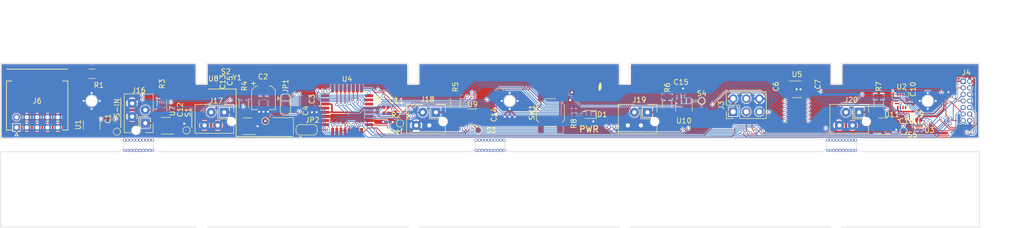
<source format=kicad_pcb>
(kicad_pcb (version 20171130) (host pcbnew "(2018-01-21 revision 6b9866de8)-makepkg")
  (layers (0 F.Cu signal) (31 B.Cu signal) (34 B.Paste user) (35 F.Paste user) (36 B.SilkS user) (37 F.SilkS user) (38 B.Mask user) (39 F.Mask user) (44 Edge.Cuts user))
  (net 0 "")
  (net 1 +5V)
  (net 2 GND)
  (net 3 "Net-(C4-Pad2)")
  (net 4 "Net-(C5-Pad2)")
  (net 5 +5VP)
  (net 6 /SDA)
  (net 7 /SCL)
  (net 8 +3V3)
  (net 9 /RESET)
  (net 10 /MISO)
  (net 11 /SCK)
  (net 12 /MOSI)
  (net 13 /PB0)
  (net 14 /PD4)
  (net 15 /IMU_INT1)
  (net 16 /PB6)
  (net 17 /IMU_INT2)
  (net 18 /PB7)
  (net 19 /Servos/Servo_pwm1)
  (net 20 /Servos/Current_adc1)
  (net 21 /Servos/Servo_pwm2)
  (net 22 /Servos/Current_adc2)
  (net 23 /Servos/Servo_pwm3)
  (net 24 /Servos/Current_adc3)
  (net 25 /Servos/Servo_pwm4)
  (net 26 /Servos/Current_adc4)
  (net 27 /Servos/Servo_pwm5)
  (net 28 /Servos/Current_adc5)
  (net 29 "Net-(J16-Pad1)")
  (net 30 "Net-(J17-Pad1)")
  (net 31 "Net-(J18-Pad1)")
  (net 32 "Net-(J19-Pad1)")
  (net 33 "Net-(J20-Pad1)")
  (net 34 "Net-(JP1-Pad2)")
  (net 35 "Net-(JP2-Pad2)")
  (net 36 /IMU_SCL)
  (net 37 "Net-(U2-Pad13)")
  (net 38 "Net-(U2-Pad14)")
  (net 39 /IMU_SDA)
  (net 40 "Net-(Aref1-Pad1)")
  (net 41 "Net-(D1-Pad2)")
  (net 42 "Net-(S-IN1-Pad1)")
  (module custom_lib:Roboy_text_5.5mm (layer F.Cu) (at 161.45 84.55)
    (fp_text reference G*** hide)
    (fp_text value LOGO hide)
  )
  (module MountingHole:MountingHole_2.2mm_M2_DIN965_Pad (layer F.Cu) (at 232.6 88.3)
    (fp_text reference MK3 hide)
    (fp_text value Mounting_Hole_PAD)
    (pad 1 thru_hole circle (at 0 0) (size 3.8 3.8) (drill 2.2) (layers *.Cu *.Mask) (net 2 GND))
  )
  (module MountingHole:MountingHole_2.2mm_M2_DIN965_Pad (layer F.Cu) (at 151.6 88.3)
    (fp_text reference MK2 hide)
    (fp_text value Mounting_Hole_PAD)
    (pad 1 thru_hole circle (at 0 0) (size 3.8 3.8) (drill 2.2) (layers *.Cu *.Mask) (net 2 GND))
  )
  (module MountingHole:MountingHole_2.2mm_M2_DIN965_Pad (layer F.Cu) (at 70.6 88.3)
    (fp_text reference MK1 hide)
    (fp_text value Mounting_Hole_PAD)
    (pad 1 thru_hole circle (at 0 0) (size 3.8 3.8) (drill 2.2) (layers *.Cu *.Mask) (net 2 GND))
  )
  (module custom_lib:TE-Connectivity_Micro-Match_connector_02x02_Pitch_1.27mm (layer F.Cu) (at 178.3 90.5 270)
    (fp_text reference J19 (at -2.4 1.5875) (layer F.SilkS))
    (fp_text value CONN_01X04)
    (pad "" np_thru_hole circle (at 1.8 -1.4 270) (size 1.5001 1.5001) (drill 1.5001) (layers *.Cu *.Mask))
    (pad 4 thru_hole circle (at 2.54 3.81 270) (size 1.8 1.8) (drill 0.8001) (layers *.Cu *.Mask) (net 2 GND))
    (pad 3 thru_hole circle (at 0 2.54 270) (size 1.8 1.8) (drill 0.8001) (layers *.Cu *.Mask) (net 25 /Servos/Servo_pwm4))
    (pad 2 thru_hole circle (at 2.54 1.27 270) (size 1.8 1.8) (drill 0.8001) (layers *.Cu *.Mask) (net 2 GND))
    (pad 1 thru_hole rect (at 0 0 270) (size 1.8 1.8) (drill 0.8001) (layers *.Cu *.Mask) (net 32 "Net-(J19-Pad1)"))
  )
  (module Connector_PinHeader_2.54mm:PinHeader_2x03_P2.54mm_Vertical (layer F.Cu) (at 194.9 90.4 90)
    (fp_text reference J3 (at 1.27 -2.33 90) (layer F.SilkS))
    (fp_text value ICSP)
    (pad 1 thru_hole rect (at 0 0 90) (size 1.7 1.7) (drill 1) (layers *.Cu *.Mask) (net 10 /MISO))
    (pad 2 thru_hole oval (at 2.54 0 90) (size 1.7 1.7) (drill 1) (layers *.Cu *.Mask) (net 1 +5V))
    (pad 3 thru_hole oval (at 0 2.54 90) (size 1.7 1.7) (drill 1) (layers *.Cu *.Mask) (net 11 /SCK))
    (pad 4 thru_hole oval (at 2.54 2.54 90) (size 1.7 1.7) (drill 1) (layers *.Cu *.Mask) (net 12 /MOSI))
    (pad 5 thru_hole oval (at 0 5.08 90) (size 1.7 1.7) (drill 1) (layers *.Cu *.Mask) (net 9 /RESET))
    (pad 6 thru_hole oval (at 2.54 5.08 90) (size 1.7 1.7) (drill 1) (layers *.Cu *.Mask) (net 2 GND))
  )
  (module custom_lib:TE-Connectivity_Micro-Match_connector_02x02_Pitch_1.27mm (layer F.Cu) (at 137.3 90.5 270)
    (fp_text reference J18 (at -2.5 1.6) (layer F.SilkS))
    (fp_text value CONN_01X04)
    (pad 1 thru_hole rect (at 0 0 270) (size 1.8 1.8) (drill 0.8001) (layers *.Cu *.Mask) (net 31 "Net-(J18-Pad1)"))
    (pad 2 thru_hole circle (at 2.54 1.27 270) (size 1.8 1.8) (drill 0.8001) (layers *.Cu *.Mask) (net 2 GND))
    (pad 3 thru_hole circle (at 0 2.54 270) (size 1.8 1.8) (drill 0.8001) (layers *.Cu *.Mask) (net 23 /Servos/Servo_pwm3))
    (pad 4 thru_hole circle (at 2.54 3.81 270) (size 1.8 1.8) (drill 0.8001) (layers *.Cu *.Mask) (net 2 GND))
    (pad "" np_thru_hole circle (at 1.8 -1.4 270) (size 1.5001 1.5001) (drill 1.5001) (layers *.Cu *.Mask))
  )
  (module Package_QFP:TQFP-32_7x7mm_P0.8mm (layer F.Cu) (at 120.1 90.1)
    (fp_text reference U4 (at 0 -6.05) (layer F.SilkS))
    (fp_text value ATMEGA328-AU)
    (pad 1 smd rect (at -4.25 -2.8) (size 1.6 0.55) (layers F.Cu F.Paste F.Mask) (net 23 /Servos/Servo_pwm3))
    (pad 2 smd rect (at -4.25 -2) (size 1.6 0.55) (layers F.Cu F.Paste F.Mask) (net 14 /PD4))
    (pad 3 smd rect (at -4.25 -1.2) (size 1.6 0.55) (layers F.Cu F.Paste F.Mask) (net 2 GND))
    (pad 4 smd rect (at -4.25 -0.4) (size 1.6 0.55) (layers F.Cu F.Paste F.Mask) (net 1 +5V))
    (pad 5 smd rect (at -4.25 0.4) (size 1.6 0.55) (layers F.Cu F.Paste F.Mask) (net 2 GND))
    (pad 6 smd rect (at -4.25 1.2) (size 1.6 0.55) (layers F.Cu F.Paste F.Mask) (net 1 +5V))
    (pad 7 smd rect (at -4.25 2) (size 1.6 0.55) (layers F.Cu F.Paste F.Mask) (net 34 "Net-(JP1-Pad2)"))
    (pad 8 smd rect (at -4.25 2.8) (size 1.6 0.55) (layers F.Cu F.Paste F.Mask) (net 35 "Net-(JP2-Pad2)"))
    (pad 9 smd rect (at -2.8 4.25 90) (size 1.6 0.55) (layers F.Cu F.Paste F.Mask) (net 25 /Servos/Servo_pwm4))
    (pad 10 smd rect (at -2 4.25 90) (size 1.6 0.55) (layers F.Cu F.Paste F.Mask) (net 27 /Servos/Servo_pwm5))
    (pad 11 smd rect (at -1.2 4.25 90) (size 1.6 0.55) (layers F.Cu F.Paste F.Mask) (net 17 /IMU_INT2))
    (pad 12 smd rect (at -0.4 4.25 90) (size 1.6 0.55) (layers F.Cu F.Paste F.Mask) (net 13 /PB0))
    (pad 13 smd rect (at 0.4 4.25 90) (size 1.6 0.55) (layers F.Cu F.Paste F.Mask) (net 19 /Servos/Servo_pwm1))
    (pad 14 smd rect (at 1.2 4.25 90) (size 1.6 0.55) (layers F.Cu F.Paste F.Mask) (net 21 /Servos/Servo_pwm2))
    (pad 15 smd rect (at 2 4.25 90) (size 1.6 0.55) (layers F.Cu F.Paste F.Mask) (net 12 /MOSI))
    (pad 16 smd rect (at 2.8 4.25 90) (size 1.6 0.55) (layers F.Cu F.Paste F.Mask) (net 10 /MISO))
    (pad 17 smd rect (at 4.25 2.8) (size 1.6 0.55) (layers F.Cu F.Paste F.Mask) (net 11 /SCK))
    (pad 18 smd rect (at 4.25 2) (size 1.6 0.55) (layers F.Cu F.Paste F.Mask) (net 1 +5V))
    (pad 19 smd rect (at 4.25 1.2) (size 1.6 0.55) (layers F.Cu F.Paste F.Mask) (net 28 /Servos/Current_adc5))
    (pad 20 smd rect (at 4.25 0.4) (size 1.6 0.55) (layers F.Cu F.Paste F.Mask) (net 40 "Net-(Aref1-Pad1)"))
    (pad 21 smd rect (at 4.25 -0.4) (size 1.6 0.55) (layers F.Cu F.Paste F.Mask) (net 2 GND))
    (pad 22 smd rect (at 4.25 -1.2) (size 1.6 0.55) (layers F.Cu F.Paste F.Mask) (net 42 "Net-(S-IN1-Pad1)"))
    (pad 23 smd rect (at 4.25 -2) (size 1.6 0.55) (layers F.Cu F.Paste F.Mask) (net 20 /Servos/Current_adc1))
    (pad 24 smd rect (at 4.25 -2.8) (size 1.6 0.55) (layers F.Cu F.Paste F.Mask) (net 22 /Servos/Current_adc2))
    (pad 25 smd rect (at 2.8 -4.25 90) (size 1.6 0.55) (layers F.Cu F.Paste F.Mask) (net 24 /Servos/Current_adc3))
    (pad 26 smd rect (at 2 -4.25 90) (size 1.6 0.55) (layers F.Cu F.Paste F.Mask) (net 26 /Servos/Current_adc4))
    (pad 27 smd rect (at 1.2 -4.25 90) (size 1.6 0.55) (layers F.Cu F.Paste F.Mask) (net 6 /SDA))
    (pad 28 smd rect (at 0.4 -4.25 90) (size 1.6 0.55) (layers F.Cu F.Paste F.Mask) (net 7 /SCL))
    (pad 29 smd rect (at -0.4 -4.25 90) (size 1.6 0.55) (layers F.Cu F.Paste F.Mask) (net 9 /RESET))
    (pad 30 smd rect (at -1.2 -4.25 90) (size 1.6 0.55) (layers F.Cu F.Paste F.Mask) (net 39 /IMU_SDA))
    (pad 31 smd rect (at -2 -4.25 90) (size 1.6 0.55) (layers F.Cu F.Paste F.Mask) (net 36 /IMU_SCL))
    (pad 32 smd rect (at -2.8 -4.25 90) (size 1.6 0.55) (layers F.Cu F.Paste F.Mask) (net 15 /IMU_INT1))
  )
  (module Crystal:Crystal_SMD_TXC_7M-4Pin_3.2x2.5mm (layer F.Cu) (at 107.7 93.2 180)
    (fp_text reference Y1 (at 8.9 9.4 180) (layer F.SilkS))
    (fp_text value "TSX-3225 20MHz")
    (pad 1 smd rect (at -1.1 0.85 180) (size 1.4 1.2) (layers F.Cu F.Paste F.Mask) (net 3 "Net-(C4-Pad2)"))
    (pad 2 smd rect (at 1.1 0.85 180) (size 1.4 1.2) (layers F.Cu F.Paste F.Mask) (net 2 GND))
    (pad 3 smd rect (at 1.1 -0.85 180) (size 1.4 1.2) (layers F.Cu F.Paste F.Mask) (net 4 "Net-(C5-Pad2)"))
    (pad 4 smd rect (at -1.1 -0.85 180) (size 1.4 1.2) (layers F.Cu F.Paste F.Mask) (net 2 GND))
  )
  (module custom_lib:JST_S10B-PHDSS_2x05x2.00mm_Angled (layer F.Cu) (at 56.048 93.446)
    (fp_text reference J6 (at 4 -5.146) (layer F.SilkS))
    (fp_text value JST_PHD_connector_02x05_angled_male)
    (pad 10 thru_hole circle (at 8 -2) (size 1.35 1.35) (drill 0.8) (layers *.Cu *.Mask) (net 5 +5VP))
    (pad 8 thru_hole circle (at 6 -2) (size 1.35 1.35) (drill 0.8) (layers *.Cu *.Mask) (net 5 +5VP))
    (pad 6 thru_hole circle (at 4 -2) (size 1.35 1.35) (drill 0.8) (layers *.Cu *.Mask) (net 5 +5VP))
    (pad 4 thru_hole circle (at 2 -2) (size 1.35 1.35) (drill 0.8) (layers *.Cu *.Mask) (net 5 +5VP))
    (pad 2 thru_hole circle (at 0 -2) (size 1.35 1.35) (drill 0.8) (layers *.Cu *.Mask) (net 7 /SCL))
    (pad 9 thru_hole circle (at 8 0) (size 1.35 1.35) (drill 0.8) (layers *.Cu *.Mask) (net 2 GND))
    (pad 7 thru_hole circle (at 6 0) (size 1.35 1.35) (drill 0.8) (layers *.Cu *.Mask) (net 2 GND))
    (pad 5 thru_hole circle (at 4 0) (size 1.35 1.35) (drill 0.8) (layers *.Cu *.Mask) (net 2 GND))
    (pad 3 thru_hole circle (at 2 0) (size 1.35 1.35) (drill 0.8) (layers *.Cu *.Mask) (net 2 GND))
    (pad 1 thru_hole rect (at 0 0) (size 1.35 1.35) (drill 0.8) (layers *.Cu *.Mask) (net 6 /SDA))
  )
  (module Capacitor_SMD:C_0402_1005Metric (layer F.Cu) (at 73.0573 93.6028 90)
    (fp_text reference C1 (at 1.8528 0.6927 90) (layer F.SilkS))
    (fp_text value 100n)
    (pad 1 smd rect (at -0.3875 0 90) (size 0.575 0.65) (layers F.Cu F.Paste F.Mask) (net 1 +5V))
    (pad 2 smd rect (at 0.3875 0 90) (size 0.575 0.65) (layers F.Cu F.Paste F.Mask) (net 2 GND))
  )
  (module Capacitor_SMD:C_0402_1005Metric (layer F.Cu) (at 114.2 90.1 270)
    (fp_text reference C3 (at -2.15 0.9 270) (layer F.SilkS))
    (fp_text value 100n)
    (pad 2 smd rect (at 0.3875 0 270) (size 0.575 0.65) (layers F.Cu F.Paste F.Mask) (net 2 GND))
    (pad 1 smd rect (at -0.3875 0 270) (size 0.575 0.65) (layers F.Cu F.Paste F.Mask) (net 1 +5V))
  )
  (module Capacitor_SMD:C_0402_1005Metric (layer F.Cu) (at 111.0448 91.9028 180)
    (fp_text reference C4 (at -1.0052 1.7028 270) (layer F.SilkS))
    (fp_text value 22p)
    (pad 2 smd rect (at 0.3875 0 180) (size 0.575 0.65) (layers F.Cu F.Paste F.Mask) (net 3 "Net-(C4-Pad2)"))
    (pad 1 smd rect (at -0.3875 0 180) (size 0.575 0.65) (layers F.Cu F.Paste F.Mask) (net 2 GND))
  )
  (module Capacitor_SMD:C_0402_1005Metric (layer F.Cu) (at 104.9573 94.1028 270)
    (fp_text reference C5 (at -9.7028 7.5573 270) (layer F.SilkS))
    (fp_text value 22p)
    (pad 1 smd rect (at -0.3875 0 270) (size 0.575 0.65) (layers F.Cu F.Paste F.Mask) (net 2 GND))
    (pad 2 smd rect (at 0.3875 0 270) (size 0.575 0.65) (layers F.Cu F.Paste F.Mask) (net 4 "Net-(C5-Pad2)"))
  )
  (module Capacitor_SMD:C_0402_1005Metric (layer F.Cu) (at 204.65 85.5 270)
    (fp_text reference C6 (at 0 1.45 270) (layer F.SilkS))
    (fp_text value 1u)
    (pad 1 smd rect (at -0.3875 0 270) (size 0.575 0.65) (layers F.Cu F.Paste F.Mask) (net 1 +5V))
    (pad 2 smd rect (at 0.3875 0 270) (size 0.575 0.65) (layers F.Cu F.Paste F.Mask) (net 2 GND))
  )
  (module Capacitor_SMD:C_0402_1005Metric (layer F.Cu) (at 209.85 85.5125 270)
    (fp_text reference C7 (at -0.4125 -1.45 270) (layer F.SilkS))
    (fp_text value 1u)
    (pad 2 smd rect (at 0.3875 0 270) (size 0.575 0.65) (layers F.Cu F.Paste F.Mask) (net 2 GND))
    (pad 1 smd rect (at -0.3875 0 270) (size 0.575 0.65) (layers F.Cu F.Paste F.Mask) (net 8 +3V3))
  )
  (module Capacitor_SMD:C_0402_1005Metric (layer F.Cu) (at 126 90.1125 90)
    (fp_text reference C8 (at 1.9625 0.15 90) (layer F.SilkS))
    (fp_text value 100n)
    (pad 1 smd rect (at -0.3875 0 90) (size 0.575 0.65) (layers F.Cu F.Paste F.Mask) (net 40 "Net-(Aref1-Pad1)"))
    (pad 2 smd rect (at 0.3875 0 90) (size 0.575 0.65) (layers F.Cu F.Paste F.Mask) (net 2 GND))
  )
  (module Capacitor_SMD:C_0402_1005Metric (layer F.Cu) (at 230.85 92)
    (fp_text reference C9 (at 0 -1.15) (layer F.SilkS))
    (fp_text value 100n)
    (pad 1 smd rect (at -0.3875 0) (size 0.575 0.65) (layers F.Cu F.Paste F.Mask) (net 8 +3V3))
    (pad 2 smd rect (at 0.3875 0) (size 0.575 0.65) (layers F.Cu F.Paste F.Mask) (net 2 GND))
  )
  (module Capacitor_SMD:C_0402_1005Metric (layer F.Cu) (at 229.75 88.5 90)
    (fp_text reference C10 (at 2.45 0 90) (layer F.SilkS))
    (fp_text value 100n)
    (pad 2 smd rect (at 0.3875 0 90) (size 0.575 0.65) (layers F.Cu F.Paste F.Mask) (net 2 GND))
    (pad 1 smd rect (at -0.3875 0 90) (size 0.575 0.65) (layers F.Cu F.Paste F.Mask) (net 8 +3V3))
  )
  (module Capacitor_SMD:C_0402_1005Metric (layer F.Cu) (at 127.65 89.5 180)
    (fp_text reference C11 (at -2 1.25 180) (layer F.SilkS))
    (fp_text value 100n)
    (pad 1 smd rect (at -0.3875 0 180) (size 0.575 0.65) (layers F.Cu F.Paste F.Mask) (net 9 /RESET))
    (pad 2 smd rect (at 0.3875 0 180) (size 0.575 0.65) (layers F.Cu F.Paste F.Mask) (net 2 GND))
  )
  (module Capacitor_SMD:C_0402_1005Metric (layer F.Cu) (at 87.6 92.55 270)
    (fp_text reference C12 (at -2.55 -0.15 270) (layer F.SilkS))
    (fp_text value 100n)
    (pad 2 smd rect (at 0.3875 0 270) (size 0.575 0.65) (layers F.Cu F.Paste F.Mask) (net 2 GND))
    (pad 1 smd rect (at -0.3875 0 270) (size 0.575 0.65) (layers F.Cu F.Paste F.Mask) (net 1 +5V))
  )
  (module Capacitor_SMD:C_0402_1005Metric (layer F.Cu) (at 103.5573 94.1153 270)
    (fp_text reference C13 (at -9.5153 7.5573 270) (layer F.SilkS))
    (fp_text value 100n)
    (pad 1 smd rect (at -0.3875 0 270) (size 0.575 0.65) (layers F.Cu F.Paste F.Mask) (net 1 +5V))
    (pad 2 smd rect (at 0.3875 0 270) (size 0.575 0.65) (layers F.Cu F.Paste F.Mask) (net 2 GND))
  )
  (module Capacitor_SMD:C_0402_1005Metric (layer F.Cu) (at 147.0573 90.9528 270)
    (fp_text reference C14 (at 0 -1.5 270) (layer F.SilkS))
    (fp_text value 100n)
    (pad 2 smd rect (at 0.3875 0 270) (size 0.575 0.65) (layers F.Cu F.Paste F.Mask) (net 2 GND))
    (pad 1 smd rect (at -0.3875 0 270) (size 0.575 0.65) (layers F.Cu F.Paste F.Mask) (net 1 +5V))
  )
  (module Capacitor_SMD:C_0402_1005Metric (layer F.Cu) (at 184.8073 86.8528)
    (fp_text reference C15 (at 0 -2.2028) (layer F.SilkS))
    (fp_text value 100n)
    (pad 1 smd rect (at -0.3875 0) (size 0.575 0.65) (layers F.Cu F.Paste F.Mask) (net 1 +5V))
    (pad 2 smd rect (at 0.3875 0) (size 0.575 0.65) (layers F.Cu F.Paste F.Mask) (net 2 GND))
  )
  (module Capacitor_SMD:C_0402_1005Metric (layer F.Cu) (at 226.5 92.7 270)
    (fp_text reference C16 (at -0.5 -1.95) (layer F.SilkS))
    (fp_text value 100n)
    (pad 2 smd rect (at 0.3875 0 270) (size 0.575 0.65) (layers F.Cu F.Paste F.Mask) (net 2 GND))
    (pad 1 smd rect (at -0.3875 0 270) (size 0.575 0.65) (layers F.Cu F.Paste F.Mask) (net 1 +5V))
  )
  (module TestPoint:TestPoint_Pad_D1.0mm (layer F.Cu) (at 75.5073 94.2528 270)
    (fp_text reference S-IN1 hide)
    (fp_text value TEST_1P)
    (pad 1 smd circle (at 0 0 270) (size 1 1) (layers F.Cu F.Mask) (net 42 "Net-(S-IN1-Pad1)"))
  )
  (module TestPoint:TestPoint_Pad_D1.0mm (layer F.Cu) (at 130.3573 92.6528 180)
    (fp_text reference Aref1 hide)
    (fp_text value TEST_1P)
    (pad 1 smd circle (at 0 0 180) (size 1 1) (layers F.Cu F.Mask) (net 40 "Net-(Aref1-Pad1)"))
  )
  (module Connector_PinHeader_1.27mm:PinHeader_2x07_P1.27mm_Vertical (layer F.Cu) (at 239.4573 84.49)
    (fp_text reference J4 (at 0.635 -1.695) (layer F.SilkS))
    (fp_text value CONN_02X07)
    (pad 1 thru_hole rect (at 0 0) (size 1 1) (drill 0.65) (layers *.Cu *.Mask) (net 8 +3V3))
    (pad 2 thru_hole oval (at 1.27 0) (size 1 1) (drill 0.65) (layers *.Cu *.Mask) (net 1 +5V))
    (pad 3 thru_hole oval (at 0 1.27) (size 1 1) (drill 0.65) (layers *.Cu *.Mask) (net 13 /PB0))
    (pad 4 thru_hole oval (at 1.27 1.27) (size 1 1) (drill 0.65) (layers *.Cu *.Mask) (net 14 /PD4))
    (pad 5 thru_hole oval (at 0 2.54) (size 1 1) (drill 0.65) (layers *.Cu *.Mask) (net 12 /MOSI))
    (pad 6 thru_hole oval (at 1.27 2.54) (size 1 1) (drill 0.65) (layers *.Cu *.Mask) (net 6 /SDA))
    (pad 7 thru_hole oval (at 0 3.81) (size 1 1) (drill 0.65) (layers *.Cu *.Mask) (net 10 /MISO))
    (pad 8 thru_hole oval (at 1.27 3.81) (size 1 1) (drill 0.65) (layers *.Cu *.Mask) (net 7 /SCL))
    (pad 9 thru_hole oval (at 0 5.08) (size 1 1) (drill 0.65) (layers *.Cu *.Mask) (net 11 /SCK))
    (pad 10 thru_hole oval (at 1.27 5.08) (size 1 1) (drill 0.65) (layers *.Cu *.Mask) (net 15 /IMU_INT1))
    (pad 11 thru_hole oval (at 0 6.35) (size 1 1) (drill 0.65) (layers *.Cu *.Mask) (net 16 /PB6))
    (pad 12 thru_hole oval (at 1.27 6.35) (size 1 1) (drill 0.65) (layers *.Cu *.Mask) (net 17 /IMU_INT2))
    (pad 13 thru_hole oval (at 0 7.62) (size 1 1) (drill 0.65) (layers *.Cu *.Mask) (net 18 /PB7))
    (pad 14 thru_hole oval (at 1.27 7.62) (size 1 1) (drill 0.65) (layers *.Cu *.Mask) (net 2 GND))
  )
  (module TestPoint:TestPoint_Pad_D1.0mm (layer F.Cu) (at 89 94)
    (fp_text reference S1 (at 0.25 -3.5 90) (layer F.SilkS))
    (fp_text value TEST_1P)
    (pad 1 smd circle (at 0 0) (size 1 1) (layers F.Cu F.Mask) (net 20 /Servos/Current_adc1))
  )
  (module TestPoint:TestPoint_Pad_D1.0mm (layer F.Cu) (at 104.2573 92.2028)
    (fp_text reference S2 (at -7.6573 -9.6028) (layer F.SilkS))
    (fp_text value TEST_1P)
    (pad 1 smd circle (at 0 0) (size 1 1) (layers F.Cu F.Mask) (net 22 /Servos/Current_adc2))
  )
  (module TestPoint:TestPoint_Pad_D1.0mm (layer F.Cu) (at 145.5073 94.0028)
    (fp_text reference S3 (at 2.4927 -0.0028) (layer F.SilkS))
    (fp_text value TEST_1P)
    (pad 1 smd circle (at 0 0) (size 1 1) (layers F.Cu F.Mask) (net 24 /Servos/Current_adc3))
  )
  (module TestPoint:TestPoint_Pad_D1.0mm (layer F.Cu) (at 188.8073 88.3028)
    (fp_text reference S4 (at 0 -1.448) (layer F.SilkS))
    (fp_text value TEST_1P)
    (pad 1 smd circle (at 0 0) (size 1 1) (layers F.Cu F.Mask) (net 26 /Servos/Current_adc4))
  )
  (module TestPoint:TestPoint_Pad_D1.0mm (layer F.Cu) (at 227.9073 94.15)
    (fp_text reference S5 (at 1.7427 0.7) (layer F.SilkS))
    (fp_text value TEST_1P)
    (pad 1 smd circle (at 0 0) (size 1 1) (layers F.Cu F.Mask) (net 28 /Servos/Current_adc5))
  )
  (module custom_lib:TE-Connectivity_Micro-Match_connector_02x02_Pitch_1.27mm (layer F.Cu) (at 81 92.6 180)
    (fp_text reference J16 (at 1.25 6.35) (layer F.SilkS))
    (fp_text value CONN_01X04)
    (pad 1 thru_hole rect (at 0 0 180) (size 1.8 1.8) (drill 0.8001) (layers *.Cu *.Mask) (net 29 "Net-(J16-Pad1)"))
    (pad 2 thru_hole circle (at 2.54 1.27 180) (size 1.8 1.8) (drill 0.8001) (layers *.Cu *.Mask) (net 2 GND))
    (pad 3 thru_hole circle (at 0 2.54 180) (size 1.8 1.8) (drill 0.8001) (layers *.Cu *.Mask) (net 19 /Servos/Servo_pwm1))
    (pad 4 thru_hole circle (at 2.54 3.81 180) (size 1.8 1.8) (drill 0.8001) (layers *.Cu *.Mask) (net 2 GND))
    (pad "" np_thru_hole circle (at 1.8 -1.4 180) (size 1.5001 1.5001) (drill 1.5001) (layers *.Cu *.Mask))
  )
  (module custom_lib:TE-Connectivity_Micro-Match_connector_02x02_Pitch_1.27mm (layer F.Cu) (at 96.3 90.5 270)
    (fp_text reference J17 (at -2.25 1.5875) (layer F.SilkS))
    (fp_text value CONN_01X04)
    (pad "" np_thru_hole circle (at 1.8 -1.4 270) (size 1.5001 1.5001) (drill 1.5001) (layers *.Cu *.Mask))
    (pad 4 thru_hole circle (at 2.54 3.81 270) (size 1.8 1.8) (drill 0.8001) (layers *.Cu *.Mask) (net 2 GND))
    (pad 3 thru_hole circle (at 0 2.54 270) (size 1.8 1.8) (drill 0.8001) (layers *.Cu *.Mask) (net 21 /Servos/Servo_pwm2))
    (pad 2 thru_hole circle (at 2.54 1.27 270) (size 1.8 1.8) (drill 0.8001) (layers *.Cu *.Mask) (net 2 GND))
    (pad 1 thru_hole rect (at 0 0 270) (size 1.8 1.8) (drill 0.8001) (layers *.Cu *.Mask) (net 30 "Net-(J17-Pad1)"))
  )
  (module custom_lib:TE-Connectivity_Micro-Match_connector_02x02_Pitch_1.27mm (layer F.Cu) (at 219.3 90.5 270)
    (fp_text reference J20 (at -2.4 1.55) (layer F.SilkS))
    (fp_text value CONN_01X04)
    (pad 1 thru_hole rect (at 0 0 270) (size 1.8 1.8) (drill 0.8001) (layers *.Cu *.Mask) (net 33 "Net-(J20-Pad1)"))
    (pad 2 thru_hole circle (at 2.54 1.27 270) (size 1.8 1.8) (drill 0.8001) (layers *.Cu *.Mask) (net 2 GND))
    (pad 3 thru_hole circle (at 0 2.54 270) (size 1.8 1.8) (drill 0.8001) (layers *.Cu *.Mask) (net 27 /Servos/Servo_pwm5))
    (pad 4 thru_hole circle (at 2.54 3.81 270) (size 1.8 1.8) (drill 0.8001) (layers *.Cu *.Mask) (net 2 GND))
    (pad "" np_thru_hole circle (at 1.8 -1.4 270) (size 1.5001 1.5001) (drill 1.5001) (layers *.Cu *.Mask))
  )
  (module Jumper:SolderJumper-3_P1.3mm_Open_RoundedPad1.0x1.5mm (layer F.Cu) (at 108.1573 89.0028 270)
    (fp_text reference JP1 (at -3.6028 -0.0427 270) (layer F.SilkS))
    (fp_text value XTAL_EN1)
    (pad 3 smd rect (at 1 0 270) (size 0.5 1.5) (layers F.Cu F.Mask) (net 3 "Net-(C4-Pad2)"))
    (pad 3 smd roundrect (at 1.3 0 270) (size 1 1.5) (layers F.Cu F.Mask) (roundrect_rratio 0.5) (net 3 "Net-(C4-Pad2)"))
    (pad 2 smd rect (at 0 0 270) (size 1 1.5) (layers F.Cu F.Mask) (net 34 "Net-(JP1-Pad2)"))
    (pad 1 smd rect (at -1 0 270) (size 0.5 1.5) (layers F.Cu F.Mask) (net 16 /PB6))
    (pad 1 smd roundrect (at -1.3 0 270) (size 1 1.5) (layers F.Cu F.Mask) (roundrect_rratio 0.5) (net 16 /PB6))
  )
  (module Jumper:SolderJumper-3_P1.3mm_Open_RoundedPad1.0x1.5mm (layer F.Cu) (at 112.2573 93.9028)
    (fp_text reference JP2 (at 1.1427 -1.9028) (layer F.SilkS))
    (fp_text value XTAL_EN2)
    (pad 1 smd roundrect (at -1.3 0) (size 1 1.5) (layers F.Cu F.Mask) (roundrect_rratio 0.5) (net 4 "Net-(C5-Pad2)"))
    (pad 1 smd rect (at -1 0) (size 0.5 1.5) (layers F.Cu F.Mask) (net 4 "Net-(C5-Pad2)"))
    (pad 2 smd rect (at 0 0) (size 1 1.5) (layers F.Cu F.Mask) (net 35 "Net-(JP2-Pad2)"))
    (pad 3 smd roundrect (at 1.3 0) (size 1 1.5) (layers F.Cu F.Mask) (roundrect_rratio 0.5) (net 18 /PB7))
    (pad 3 smd rect (at 1 0) (size 0.5 1.5) (layers F.Cu F.Mask) (net 18 /PB7))
  )
  (module Resistor_SMD:R_0402_1005Metric (layer F.Cu) (at 127.65 90.7 180)
    (fp_text reference R2 (at -1.95 -0.35 180) (layer F.SilkS))
    (fp_text value 10k)
    (pad 1 smd rect (at -0.3875 0 180) (size 0.575 0.65) (layers F.Cu F.Paste F.Mask) (net 1 +5V))
    (pad 2 smd rect (at 0.3875 0 180) (size 0.575 0.65) (layers F.Cu F.Paste F.Mask) (net 9 /RESET))
  )
  (module Resistor_SMD:R_1206_3216Metric (layer F.Cu) (at 84.2 88.695 90)
    (fp_text reference R3 (at 3.695 0.05 90) (layer F.SilkS))
    (fp_text value 10mOhm)
    (pad 1 smd rect (at -1.505 0 90) (size 1.07 1.8) (layers F.Cu F.Paste F.Mask) (net 29 "Net-(J16-Pad1)"))
    (pad 2 smd rect (at 1.505 0 90) (size 1.07 1.8) (layers F.Cu F.Paste F.Mask) (net 1 +5V))
  )
  (module Resistor_SMD:R_1206_3216Metric (layer F.Cu) (at 100.1 88.995 90)
    (fp_text reference R4 (at 3.595 0.1 90) (layer F.SilkS))
    (fp_text value 10mOhm)
    (pad 2 smd rect (at 1.505 0 90) (size 1.07 1.8) (layers F.Cu F.Paste F.Mask) (net 1 +5V))
    (pad 1 smd rect (at -1.505 0 90) (size 1.07 1.8) (layers F.Cu F.Paste F.Mask) (net 30 "Net-(J17-Pad1)"))
  )
  (module Resistor_SMD:R_1206_3216Metric (layer F.Cu) (at 141.1 88.995 90)
    (fp_text reference R5 (at 3.395 0 90) (layer F.SilkS))
    (fp_text value 10mOhm)
    (pad 1 smd rect (at -1.505 0 90) (size 1.07 1.8) (layers F.Cu F.Paste F.Mask) (net 31 "Net-(J18-Pad1)"))
    (pad 2 smd rect (at 1.505 0 90) (size 1.07 1.8) (layers F.Cu F.Paste F.Mask) (net 1 +5V))
  )
  (module Resistor_SMD:R_1206_3216Metric (layer F.Cu) (at 182.1 89.005 90)
    (fp_text reference R6 (at 3.305 0.05 90) (layer F.SilkS))
    (fp_text value 10mOhm)
    (pad 2 smd rect (at 1.505 0 90) (size 1.07 1.8) (layers F.Cu F.Paste F.Mask) (net 1 +5V))
    (pad 1 smd rect (at -1.505 0 90) (size 1.07 1.8) (layers F.Cu F.Paste F.Mask) (net 32 "Net-(J19-Pad1)"))
  )
  (module Resistor_SMD:R_1206_3216Metric (layer F.Cu) (at 223.1 88.995 90)
    (fp_text reference R7 (at 3.495 0 90) (layer F.SilkS))
    (fp_text value 10mOhm)
    (pad 1 smd rect (at -1.505 0 90) (size 1.07 1.8) (layers F.Cu F.Paste F.Mask) (net 33 "Net-(J20-Pad1)"))
    (pad 2 smd rect (at 1.505 0 90) (size 1.07 1.8) (layers F.Cu F.Paste F.Mask) (net 1 +5V))
  )
  (module Button_Switch_SMD:SW_SPST_SKQG (layer F.Cu) (at 159.5 90.55 90)
    (fp_text reference SW1 (at 0 -3.6 90) (layer F.SilkS))
    (fp_text value SW_Push)
    (pad 1 smd rect (at -3.1 -1.85 90) (size 1.8 1.1) (layers F.Cu F.Paste F.Mask) (net 9 /RESET))
    (pad 1 smd rect (at 3.1 -1.85 90) (size 1.8 1.1) (layers F.Cu F.Paste F.Mask) (net 9 /RESET))
    (pad 2 smd rect (at -3.1 1.85 90) (size 1.8 1.1) (layers F.Cu F.Paste F.Mask) (net 2 GND))
    (pad 2 smd rect (at 3.1 1.85 90) (size 1.8 1.1) (layers F.Cu F.Paste F.Mask) (net 2 GND))
  )
  (module Package_TO_SOT_SMD:SOT-23-5 (layer F.Cu) (at 70.6073 92.9028 270)
    (fp_text reference U1 (at 0 2.6073 270) (layer F.SilkS))
    (fp_text value INA180)
    (pad 5 smd rect (at 1.1 -0.95 270) (size 1.06 0.65) (layers F.Cu F.Paste F.Mask) (net 1 +5V))
    (pad 4 smd rect (at 1.1 0.95 270) (size 1.06 0.65) (layers F.Cu F.Paste F.Mask) (net 1 +5V))
    (pad 3 smd rect (at -1.1 0.95 270) (size 1.06 0.65) (layers F.Cu F.Paste F.Mask) (net 5 +5VP))
    (pad 2 smd rect (at -1.1 0 270) (size 1.06 0.65) (layers F.Cu F.Paste F.Mask) (net 2 GND))
    (pad 1 smd rect (at -1.1 -0.95 270) (size 1.06 0.65) (layers F.Cu F.Paste F.Mask) (net 42 "Net-(S-IN1-Pad1)"))
  )
  (module Package_SON:X2SON-8_1.4x1mm_P0.35mm (layer F.Cu) (at 230.9073 93.5528 270)
    (fp_text reference U3 (at 0.3972 -2) (layer F.SilkS))
    (fp_text value NTS0102)
    (pad 1 smd rect (at -0.335 -0.525 180) (size 0.2 0.53) (layers F.Cu F.Paste F.Mask) (net 36 /IMU_SCL) (clearance 0.127))
    (pad 2 smd rect (at -0.335 -0.175 180) (size 0.2 0.53) (layers F.Cu F.Paste F.Mask) (net 2 GND) (clearance 0.127))
    (pad 3 smd rect (at -0.335 0.175 180) (size 0.2 0.53) (layers F.Cu F.Paste F.Mask) (net 8 +3V3) (clearance 0.127))
    (pad 4 smd rect (at -0.335 0.525 180) (size 0.2 0.53) (layers F.Cu F.Paste F.Mask) (net 37 "Net-(U2-Pad13)") (clearance 0.127))
    (pad 5 smd rect (at 0.335 0.525 180) (size 0.2 0.53) (layers F.Cu F.Paste F.Mask) (net 38 "Net-(U2-Pad14)") (clearance 0.127))
    (pad 6 smd rect (at 0.335 0.175 180) (size 0.2 0.53) (layers F.Cu F.Paste F.Mask) (net 8 +3V3) (clearance 0.127))
    (pad 7 smd rect (at 0.335 -0.175 180) (size 0.2 0.53) (layers F.Cu F.Paste F.Mask) (net 1 +5V) (clearance 0.127))
    (pad 8 smd rect (at 0.335 -0.525 180) (size 0.2 0.53) (layers F.Cu F.Paste F.Mask) (net 39 /IMU_SDA) (clearance 0.127))
  )
  (module Package_TO_SOT_SMD:SOT-23-5 (layer F.Cu) (at 207.25 86.05)
    (fp_text reference U5 (at 0 -2.9) (layer F.SilkS))
    (fp_text value MIC5504-3.3YM5)
    (pad 5 smd rect (at 1.1 -0.95) (size 1.06 0.65) (layers F.Cu F.Paste F.Mask) (net 8 +3V3))
    (pad 4 smd rect (at 1.1 0.95) (size 1.06 0.65) (layers F.Cu F.Paste F.Mask))
    (pad 3 smd rect (at -1.1 0.95) (size 1.06 0.65) (layers F.Cu F.Paste F.Mask) (net 1 +5V))
    (pad 2 smd rect (at -1.1 0) (size 1.06 0.65) (layers F.Cu F.Paste F.Mask) (net 2 GND))
    (pad 1 smd rect (at -1.1 -0.95) (size 1.06 0.65) (layers F.Cu F.Paste F.Mask) (net 1 +5V))
  )
  (module Package_TO_SOT_SMD:SOT-23-5 (layer F.Cu) (at 85 93.1 180)
    (fp_text reference U7 (at -1.25 2.85 270) (layer F.SilkS))
    (fp_text value INA180)
    (pad 1 smd rect (at -1.1 -0.95 180) (size 1.06 0.65) (layers F.Cu F.Paste F.Mask) (net 20 /Servos/Current_adc1))
    (pad 2 smd rect (at -1.1 0 180) (size 1.06 0.65) (layers F.Cu F.Paste F.Mask) (net 2 GND))
    (pad 3 smd rect (at -1.1 0.95 180) (size 1.06 0.65) (layers F.Cu F.Paste F.Mask) (net 1 +5V))
    (pad 4 smd rect (at 1.1 0.95 180) (size 1.06 0.65) (layers F.Cu F.Paste F.Mask) (net 29 "Net-(J16-Pad1)"))
    (pad 5 smd rect (at 1.1 -0.95 180) (size 1.06 0.65) (layers F.Cu F.Paste F.Mask) (net 1 +5V))
  )
  (module Package_TO_SOT_SMD:SOT-23-5 (layer F.Cu) (at 100.8 93.2 180)
    (fp_text reference U8 (at 6.6 9.2) (layer F.SilkS))
    (fp_text value INA180)
    (pad 5 smd rect (at 1.1 -0.95 180) (size 1.06 0.65) (layers F.Cu F.Paste F.Mask) (net 1 +5V))
    (pad 4 smd rect (at 1.1 0.95 180) (size 1.06 0.65) (layers F.Cu F.Paste F.Mask) (net 30 "Net-(J17-Pad1)"))
    (pad 3 smd rect (at -1.1 0.95 180) (size 1.06 0.65) (layers F.Cu F.Paste F.Mask) (net 1 +5V))
    (pad 2 smd rect (at -1.1 0 180) (size 1.06 0.65) (layers F.Cu F.Paste F.Mask) (net 2 GND))
    (pad 1 smd rect (at -1.1 -0.95 180) (size 1.06 0.65) (layers F.Cu F.Paste F.Mask) (net 22 /Servos/Current_adc2))
  )
  (module Package_TO_SOT_SMD:SOT-23-5 (layer F.Cu) (at 144.4073 91.4528 180)
    (fp_text reference U9 (at 0 2.5028 180) (layer F.SilkS))
    (fp_text value INA180)
    (pad 1 smd rect (at -1.1 -0.95 180) (size 1.06 0.65) (layers F.Cu F.Paste F.Mask) (net 24 /Servos/Current_adc3))
    (pad 2 smd rect (at -1.1 0 180) (size 1.06 0.65) (layers F.Cu F.Paste F.Mask) (net 2 GND))
    (pad 3 smd rect (at -1.1 0.95 180) (size 1.06 0.65) (layers F.Cu F.Paste F.Mask) (net 1 +5V))
    (pad 4 smd rect (at 1.1 0.95 180) (size 1.06 0.65) (layers F.Cu F.Paste F.Mask) (net 31 "Net-(J18-Pad1)"))
    (pad 5 smd rect (at 1.1 -0.95 180) (size 1.06 0.65) (layers F.Cu F.Paste F.Mask) (net 1 +5V))
  )
  (module Package_TO_SOT_SMD:SOT-23-5 (layer F.Cu) (at 185.3573 89.4028 270)
    (fp_text reference U10 (at 2.7472 0.0073) (layer F.SilkS))
    (fp_text value INA180)
    (pad 5 smd rect (at 1.1 -0.95 270) (size 1.06 0.65) (layers F.Cu F.Paste F.Mask) (net 1 +5V))
    (pad 4 smd rect (at 1.1 0.95 270) (size 1.06 0.65) (layers F.Cu F.Paste F.Mask) (net 32 "Net-(J19-Pad1)"))
    (pad 3 smd rect (at -1.1 0.95 270) (size 1.06 0.65) (layers F.Cu F.Paste F.Mask) (net 1 +5V))
    (pad 2 smd rect (at -1.1 0 270) (size 1.06 0.65) (layers F.Cu F.Paste F.Mask) (net 2 GND))
    (pad 1 smd rect (at -1.1 -0.95 270) (size 1.06 0.65) (layers F.Cu F.Paste F.Mask) (net 26 /Servos/Current_adc4))
  )
  (module Package_TO_SOT_SMD:SOT-23-5 (layer F.Cu) (at 223.9 93.2 180)
    (fp_text reference U11 (at -1.75 2.25 180) (layer F.SilkS))
    (fp_text value INA180)
    (pad 1 smd rect (at -1.1 -0.95 180) (size 1.06 0.65) (layers F.Cu F.Paste F.Mask) (net 28 /Servos/Current_adc5))
    (pad 2 smd rect (at -1.1 0 180) (size 1.06 0.65) (layers F.Cu F.Paste F.Mask) (net 2 GND))
    (pad 3 smd rect (at -1.1 0.95 180) (size 1.06 0.65) (layers F.Cu F.Paste F.Mask) (net 1 +5V))
    (pad 4 smd rect (at 1.1 0.95 180) (size 1.06 0.65) (layers F.Cu F.Paste F.Mask) (net 33 "Net-(J20-Pad1)"))
    (pad 5 smd rect (at 1.1 -0.95 180) (size 1.06 0.65) (layers F.Cu F.Paste F.Mask) (net 1 +5V))
  )
  (module Package_LGA:Bosch_LGA-14_3x2.5mm_P0.5mm (layer F.Cu) (at 227.55 88.3 90)
    (fp_text reference U2 (at 2.75 0 180) (layer F.SilkS))
    (fp_text value BMI160)
    (pad 13 smd rect (at 0 -1.0125 90) (size 0.25 0.675) (layers F.Cu F.Paste F.Mask) (net 37 "Net-(U2-Pad13)"))
    (pad 14 smd rect (at -0.5 -1.0125 90) (size 0.25 0.675) (layers F.Cu F.Paste F.Mask) (net 38 "Net-(U2-Pad14)"))
    (pad 12 smd rect (at 0.5 -1.0125 90) (size 0.25 0.675) (layers F.Cu F.Paste F.Mask) (net 8 +3V3))
    (pad 5 smd rect (at -0.5 1.0125 90) (size 0.25 0.675) (layers F.Cu F.Paste F.Mask) (net 8 +3V3))
    (pad 6 smd rect (at 0 1.0125 90) (size 0.25 0.675) (layers F.Cu F.Paste F.Mask) (net 2 GND))
    (pad 7 smd rect (at 0.5 1.0125 90) (size 0.25 0.675) (layers F.Cu F.Paste F.Mask) (net 2 GND))
    (pad 1 smd rect (at -1.2625 -0.75 90) (size 0.675 0.25) (layers F.Cu F.Paste F.Mask) (net 2 GND))
    (pad 2 smd rect (at -1.2625 -0.25 90) (size 0.675 0.25) (layers F.Cu F.Paste F.Mask))
    (pad 3 smd rect (at -1.2625 0.25 90) (size 0.675 0.25) (layers F.Cu F.Paste F.Mask))
    (pad 4 smd rect (at -1.2625 0.75 90) (size 0.675 0.25) (layers F.Cu F.Paste F.Mask))
    (pad 8 smd rect (at 1.2625 0.75 90) (size 0.675 0.25) (layers F.Cu F.Paste F.Mask) (net 8 +3V3))
    (pad 9 smd rect (at 1.2625 0.25 90) (size 0.675 0.25) (layers F.Cu F.Paste F.Mask))
    (pad 10 smd rect (at 1.2625 -0.25 90) (size 0.675 0.25) (layers F.Cu F.Paste F.Mask))
    (pad 11 smd rect (at 1.2625 -0.75 90) (size 0.675 0.25) (layers F.Cu F.Paste F.Mask))
  )
  (module Resistor_SMD:R_1206_3216Metric (layer F.Cu) (at 70.6623 83.0528 180)
    (fp_text reference R1 (at -1.3377 -2.1972 180) (layer F.SilkS))
    (fp_text value 10mOhm)
    (pad 1 smd rect (at -1.505 0 180) (size 1.07 1.8) (layers F.Cu F.Paste F.Mask) (net 1 +5V))
    (pad 2 smd rect (at 1.505 0 180) (size 1.07 1.8) (layers F.Cu F.Paste F.Mask) (net 5 +5VP))
  )
  (module Capacitor_SMD:CP_Elec_4x5.3 (layer F.Cu) (at 103.9 87.7 270)
    (fp_text reference C2 (at -4.1 0.1) (layer F.SilkS))
    (fp_text value 22u)
    (fp_text user + (at -2.77 2.01 270) (layer F.SilkS))
    (pad 1 smd rect (at -1.8 0 90) (size 2.6 1.6) (layers F.Cu F.Paste F.Mask) (net 1 +5V))
    (pad 2 smd rect (at 1.8 0 90) (size 2.6 1.6) (layers F.Cu F.Paste F.Mask) (net 2 GND))
  )
  (module custom_lib:R1_face_mask_5.5mm (layer F.Cu) (at 167 85.5)
    (fp_text reference G*** hide)
    (fp_text value LOGO hide)
  )
  (module custom_lib:R1_eyes_mask_5.5mm (layer F.Cu) (at 167 85.5)
    (fp_text reference G*** hide)
    (fp_text value LOGO hide)
  )
  (module custom_lib:R1_ear_silk_5.5mm (layer F.Cu) (at 167 85.5)
    (fp_text reference G*** hide)
    (fp_text value LOGO hide)
  )
  (module LED_SMD:LED_0603_1608Metric (layer F.Cu) (at 166.925 90.925 180)
    (fp_text reference D1 (at -2.6 0 180) (layer F.SilkS))
    (fp_text value LED)
    (pad 2 smd rect (at 0.875 0 180) (size 0.67 1) (layers F.Cu F.Paste F.Mask) (net 41 "Net-(D1-Pad2)"))
    (pad 1 smd rect (at -0.875 0 180) (size 0.67 1) (layers F.Cu F.Paste F.Mask) (net 2 GND))
  )
  (module Resistor_SMD:R_0402_1005Metric (layer F.Cu) (at 164.025 90.55 90)
    (fp_text reference R8 (at -2.15 0 90) (layer F.SilkS))
    (fp_text value 1k)
    (pad 1 smd rect (at -0.3875 0 90) (size 0.575 0.65) (layers F.Cu F.Paste F.Mask) (net 41 "Net-(D1-Pad2)"))
    (pad 2 smd rect (at 0.3875 0 90) (size 0.575 0.65) (layers F.Cu F.Paste F.Mask) (net 1 +5V))
  )
  (gr_line (start 75.6 98.15) (end 53 98.15) (layer Edge.Cuts) (width 0.1))
  (gr_line (start 75.6 95.6) (end 53 95.6) (layer Edge.Cuts) (width 0.1))
  (gr_line (start 143.7 98.15) (end 83.8 98.15) (layer Edge.Cuts) (width 0.1))
  (gr_line (start 211.8 98.15) (end 151.9 98.15) (layer Edge.Cuts) (width 0.1))
  (gr_line (start 242.6 98.15) (end 220 98.15) (layer Edge.Cuts) (width 0.1))
  (gr_line (start 220 95.6) (end 242.6 95.6) (layer Edge.Cuts) (width 0.1))
  (gr_line (start 151.9 95.6) (end 211.8 95.6) (layer Edge.Cuts) (width 0.1))
  (gr_line (start 83.8 95.6) (end 143.7 95.6) (layer Edge.Cuts) (width 0.1))
  (gr_arc (start 143.7 96.875) (end 143.7 95.6) (angle 180) (layer Edge.Cuts) (width 0.1))
  (gr_arc (start 151.9 96.875) (end 151.9 95.6) (angle -180) (layer Edge.Cuts) (width 0.1))
  (gr_arc (start 211.8 96.875) (end 211.8 95.6) (angle 180) (layer Edge.Cuts) (width 0.1))
  (gr_arc (start 220 96.875) (end 220 95.6) (angle -180) (layer Edge.Cuts) (width 0.1))
  (gr_arc (start 83.8 96.875) (end 83.8 95.6) (angle -180) (layer Edge.Cuts) (width 0.1))
  (gr_arc (start 75.6 96.875) (end 75.6 95.6) (angle 180) (layer Edge.Cuts) (width 0.1))
  (gr_line (start 53 98.15) (end 53 112.75) (layer Edge.Cuts) (width 0.1))
  (gr_line (start 53 112.75) (end 90.922624 112.75) (layer Edge.Cuts) (width 0.1))
  (gr_line (start 133.922624 112.75) (end 172.922624 112.75) (layer Edge.Cuts) (width 0.1))
  (gr_line (start 174.922624 112.75) (end 213.922624 112.75) (layer Edge.Cuts) (width 0.1))
  (gr_line (start 242.6 112.75) (end 242.6 98.15) (layer Edge.Cuts) (width 0.1))
  (gr_line (start 215.922624 112.75) (end 242.6 112.75) (layer Edge.Cuts) (width 0.1))
  (gr_line (start 92.922624 112.75) (end 131.922624 112.75) (layer Edge.Cuts) (width 0.1))
  (gr_text PWR (at 166.975 93.775) (layer F.SilkS) (effects (font (size 1.2 1.2) (thickness 0.2))))
  (gr_text Aref (at 129.475 94.2) (layer F.SilkS) (effects (font (size 1 1))))
  (gr_text "S-IN\n" (at 75.5 89.675 90) (layer F.SilkS) (effects (font (size 1 1))))
  (gr_line (start 105.4 95.2) (end 109.6 95.2) (layer F.SilkS) (width 0.15))
  (gr_line (start 98.6 95.2) (end 105.4 95.2) (layer F.SilkS) (width 0.15))
  (gr_line (start 98.6 94.8) (end 98.6 95.2) (layer F.SilkS) (width 0.15))
  (gr_line (start 98.6 86) (end 98.6 94.8) (layer F.SilkS) (width 0.15))
  (gr_line (start 93.2 86) (end 98.6 86) (layer F.SilkS) (width 0.15))
  (gr_line (start 90 89.75) (end 90 93.5) (layer F.SilkS) (width 0.15))
  (gr_line (start 76.25 87.75) (end 76.25 93.5) (layer F.SilkS) (width 0.15))
  (gr_circle (center 232.6 88.3) (end 233.8 88.3) (layer Edge.Cuts) (width 0.1))
  (gr_line (start 90.922624 85) (end 92.922624 85) (layer Edge.Cuts) (width 0.1))
  (gr_line (start 90.922624 81) (end 90.922624 85) (layer Edge.Cuts) (width 0.1))
  (gr_line (start 53 81) (end 90.922624 81) (layer Edge.Cuts) (width 0.1))
  (gr_line (start 53 95.6) (end 53 81) (layer Edge.Cuts) (width 0.1))
  (gr_line (start 242.6 81) (end 242.6 95.6) (layer Edge.Cuts) (width 0.1))
  (gr_line (start 215.922624 81) (end 242.6 81) (layer Edge.Cuts) (width 0.1))
  (gr_line (start 215.922624 85) (end 215.922624 81) (layer Edge.Cuts) (width 0.1))
  (gr_line (start 213.922624 85) (end 215.922624 85) (layer Edge.Cuts) (width 0.1))
  (gr_line (start 213.922624 81) (end 213.922624 85) (layer Edge.Cuts) (width 0.1))
  (gr_line (start 174.922624 81) (end 213.922624 81) (layer Edge.Cuts) (width 0.1))
  (gr_line (start 174.922624 85) (end 174.922624 81) (layer Edge.Cuts) (width 0.1))
  (gr_line (start 172.922624 85) (end 174.922624 85) (layer Edge.Cuts) (width 0.1))
  (gr_line (start 172.922624 81) (end 172.922624 85) (layer Edge.Cuts) (width 0.1))
  (gr_line (start 133.922624 81) (end 172.922624 81) (layer Edge.Cuts) (width 0.1))
  (gr_line (start 133.922624 85) (end 133.922624 81) (layer Edge.Cuts) (width 0.1))
  (gr_line (start 131.922624 85) (end 133.922624 85) (layer Edge.Cuts) (width 0.1))
  (gr_line (start 131.922624 81) (end 131.922624 85) (layer Edge.Cuts) (width 0.1))
  (gr_line (start 92.922624 81) (end 131.922624 81) (layer Edge.Cuts) (width 0.1))
  (gr_line (start 92.922624 85) (end 92.922624 81) (layer Edge.Cuts) (width 0.1))
  (gr_circle (center 151.6 88.3) (end 152.8 88.3) (layer Edge.Cuts) (width 0.1))
  (gr_circle (center 70.6 88.3) (end 71.8 88.3) (layer Edge.Cuts) (width 0.1))
  (via (at 218.6 97.9) (size 0.6) (drill 0.4) (layers F.Cu B.Cu) (net 0))
  (via (at 213.2 97.9) (size 0.6) (drill 0.4) (layers F.Cu B.Cu) (net 0))
  (via (at 213.8 97.9) (size 0.6) (drill 0.4) (layers F.Cu B.Cu) (net 0))
  (via (at 215.6 97.9) (size 0.6) (drill 0.4) (layers F.Cu B.Cu) (net 0))
  (via (at 214.4 97.9) (size 0.6) (drill 0.4) (layers F.Cu B.Cu) (net 0))
  (via (at 218 97.9) (size 0.6) (drill 0.4) (layers F.Cu B.Cu) (net 0))
  (via (at 216.8 97.9) (size 0.6) (drill 0.4) (layers F.Cu B.Cu) (net 0))
  (via (at 217.4 97.9) (size 0.6) (drill 0.4) (layers F.Cu B.Cu) (net 0))
  (via (at 215 97.9) (size 0.6) (drill 0.4) (layers F.Cu B.Cu) (net 0))
  (via (at 216.2 97.9) (size 0.6) (drill 0.4) (layers F.Cu B.Cu) (net 0))
  (via (at 218.6 95.875) (size 0.6) (drill 0.4) (layers F.Cu B.Cu) (net 0))
  (via (at 213.2 95.875) (size 0.6) (drill 0.4) (layers F.Cu B.Cu) (net 0))
  (via (at 213.8 95.875) (size 0.6) (drill 0.4) (layers F.Cu B.Cu) (net 0))
  (via (at 215.6 95.875) (size 0.6) (drill 0.4) (layers F.Cu B.Cu) (net 0))
  (via (at 214.4 95.875) (size 0.6) (drill 0.4) (layers F.Cu B.Cu) (net 0))
  (via (at 218 95.875) (size 0.6) (drill 0.4) (layers F.Cu B.Cu) (net 0))
  (via (at 216.8 95.875) (size 0.6) (drill 0.4) (layers F.Cu B.Cu) (net 0))
  (via (at 217.4 95.875) (size 0.6) (drill 0.4) (layers F.Cu B.Cu) (net 0))
  (via (at 215 95.875) (size 0.6) (drill 0.4) (layers F.Cu B.Cu) (net 0))
  (via (at 216.2 95.875) (size 0.6) (drill 0.4) (layers F.Cu B.Cu) (net 0))
  (via (at 150.5 95.875) (size 0.6) (drill 0.4) (layers F.Cu B.Cu) (net 0))
  (via (at 145.1 95.875) (size 0.6) (drill 0.4) (layers F.Cu B.Cu) (net 0))
  (via (at 145.7 95.875) (size 0.6) (drill 0.4) (layers F.Cu B.Cu) (net 0))
  (via (at 147.5 95.875) (size 0.6) (drill 0.4) (layers F.Cu B.Cu) (net 0))
  (via (at 146.3 95.875) (size 0.6) (drill 0.4) (layers F.Cu B.Cu) (net 0))
  (via (at 149.9 95.875) (size 0.6) (drill 0.4) (layers F.Cu B.Cu) (net 0))
  (via (at 148.7 95.875) (size 0.6) (drill 0.4) (layers F.Cu B.Cu) (net 0))
  (via (at 149.3 95.875) (size 0.6) (drill 0.4) (layers F.Cu B.Cu) (net 0))
  (via (at 146.9 95.875) (size 0.6) (drill 0.4) (layers F.Cu B.Cu) (net 0))
  (via (at 148.1 95.875) (size 0.6) (drill 0.4) (layers F.Cu B.Cu) (net 0))
  (via (at 150.5 97.9) (size 0.6) (drill 0.4) (layers F.Cu B.Cu) (net 0))
  (via (at 145.1 97.9) (size 0.6) (drill 0.4) (layers F.Cu B.Cu) (net 0))
  (via (at 145.7 97.9) (size 0.6) (drill 0.4) (layers F.Cu B.Cu) (net 0))
  (via (at 147.5 97.9) (size 0.6) (drill 0.4) (layers F.Cu B.Cu) (net 0))
  (via (at 146.3 97.9) (size 0.6) (drill 0.4) (layers F.Cu B.Cu) (net 0))
  (via (at 149.9 97.9) (size 0.6) (drill 0.4) (layers F.Cu B.Cu) (net 0))
  (via (at 148.7 97.9) (size 0.6) (drill 0.4) (layers F.Cu B.Cu) (net 0))
  (via (at 149.3 97.9) (size 0.6) (drill 0.4) (layers F.Cu B.Cu) (net 0))
  (via (at 146.9 97.9) (size 0.6) (drill 0.4) (layers F.Cu B.Cu) (net 0))
  (via (at 148.1 97.9) (size 0.6) (drill 0.4) (layers F.Cu B.Cu) (net 0))
  (via (at 82.4 97.9) (size 0.6) (drill 0.4) (layers F.Cu B.Cu) (net 0))
  (via (at 77 97.9) (size 0.6) (drill 0.4) (layers F.Cu B.Cu) (net 0))
  (via (at 82.4 95.875) (size 0.6) (drill 0.4) (layers F.Cu B.Cu) (net 0))
  (via (at 77 95.875) (size 0.6) (drill 0.4) (layers F.Cu B.Cu) (net 0))
  (via (at 81.8 97.9) (size 0.6) (drill 0.4) (layers F.Cu B.Cu) (net 0))
  (via (at 80.6 97.9) (size 0.6) (drill 0.4) (layers F.Cu B.Cu) (net 0))
  (via (at 81.2 97.9) (size 0.6) (drill 0.4) (layers F.Cu B.Cu) (net 0))
  (via (at 79.4 97.9) (size 0.6) (drill 0.4) (layers F.Cu B.Cu) (net 0))
  (via (at 80 97.9) (size 0.6) (drill 0.4) (layers F.Cu B.Cu) (net 0))
  (via (at 78.8 97.9) (size 0.6) (drill 0.4) (layers F.Cu B.Cu) (net 0))
  (via (at 78.2 97.9) (size 0.6) (drill 0.4) (layers F.Cu B.Cu) (net 0))
  (via (at 77.6 97.9) (size 0.6) (drill 0.4) (layers F.Cu B.Cu) (net 0))
  (via (at 81.8 95.875) (size 0.6) (drill 0.4) (layers F.Cu B.Cu) (net 0))
  (via (at 81.2 95.875) (size 0.6) (drill 0.4) (layers F.Cu B.Cu) (net 0))
  (via (at 80.6 95.875) (size 0.6) (drill 0.4) (layers F.Cu B.Cu) (net 0))
  (via (at 80 95.875) (size 0.6) (drill 0.4) (layers F.Cu B.Cu) (net 0))
  (via (at 79.4 95.875) (size 0.6) (drill 0.4) (layers F.Cu B.Cu) (net 0))
  (via (at 78.8 95.875) (size 0.6) (drill 0.4) (layers F.Cu B.Cu) (net 0))
  (via (at 78.2 95.875) (size 0.6) (drill 0.4) (layers F.Cu B.Cu) (net 0))
  (via (at 77.6 95.875) (size 0.6) (drill 0.4) (layers F.Cu B.Cu) (net 0))
  (segment (start 163.325 86.95) (end 163.65 86.625) (width 0.3048) (layer B.Cu) (net 1))
  (segment (start 163.325 88.15) (end 163.325 86.95) (width 0.3048) (layer B.Cu) (net 1))
  (via (at 163.65 86.625) (size 0.6) (drill 0.4) (layers F.Cu B.Cu) (net 1))
  (segment (start 164.025 88.85) (end 163.325 88.15) (width 0.3048) (layer F.Cu) (net 1))
  (segment (start 164.025 90.1625) (end 164.025 88.85) (width 0.3048) (layer F.Cu) (net 1))
  (via (at 163.325 88.15) (size 0.6) (drill 0.4) (layers F.Cu B.Cu) (net 1))
  (segment (start 231.0823 93.8878) (end 231.0823 94.4677) (width 0.1524) (layer F.Cu) (net 1))
  (segment (start 186.3073 90.5028) (end 186.3073 90.2978) (width 0.3048) (layer F.Cu) (net 1))
  (segment (start 186.3073 90.2978) (end 185.147101 89.137601) (width 0.3048) (layer F.Cu) (net 1))
  (segment (start 185.147101 89.137601) (end 184.4073 89.1376) (width 0.3048) (layer F.Cu) (net 1))
  (segment (start 184.4073 89.1376) (end 184.4073 88.3028) (width 0.3048) (layer F.Cu) (net 1))
  (segment (start 128.9073 92.3528) (end 128.9573 92.4028) (width 0.3048) (layer B.Cu) (net 1))
  (segment (start 127.1073 92.3528) (end 128.9073 92.3528) (width 0.3048) (layer B.Cu) (net 1))
  (via (at 128.9573 92.4028) (size 0.6) (drill 0.4) (layers F.Cu B.Cu) (net 1))
  (segment (start 126.8545 92.1) (end 127.1073 92.3528) (width 0.3048) (layer F.Cu) (net 1))
  (segment (start 124.35 92.1) (end 126.8545 92.1) (width 0.3048) (layer F.Cu) (net 1))
  (via (at 127.1073 92.3528) (size 0.6) (drill 0.4) (layers F.Cu B.Cu) (net 1))
  (segment (start 69.6573 94.0028) (end 71.5573 94.0028) (width 0.3048) (layer F.Cu) (net 1))
  (segment (start 143.3073 92.4028) (end 143.3073 92.3427) (width 0.3048) (layer F.Cu) (net 1))
  (segment (start 143.3073 92.3427) (end 143.86619 91.78381) (width 0.3048) (layer F.Cu) (net 1))
  (segment (start 143.86619 91.78381) (end 144.115118 91.78381) (width 0.3048) (layer F.Cu) (net 1))
  (segment (start 144.115118 91.78381) (end 144.672499 91.226429) (width 0.3048) (layer F.Cu) (net 1))
  (segment (start 144.672499 91.226429) (end 144.6725 90.5028) (width 0.3048) (layer F.Cu) (net 1))
  (segment (start 144.6725 90.5028) (end 145.5073 90.5028) (width 0.3048) (layer F.Cu) (net 1))
  (segment (start 116.9548 91.3) (end 115.85 91.3) (width 0.3048) (layer F.Cu) (net 1))
  (segment (start 124.35 92.1) (end 124.129801 91.879801) (width 0.3048) (layer F.Cu) (net 1))
  (segment (start 123.306159 91.879801) (end 122.726358 91.3) (width 0.3048) (layer F.Cu) (net 1))
  (segment (start 124.129801 91.879801) (end 123.306159 91.879801) (width 0.3048) (layer F.Cu) (net 1))
  (segment (start 122.726358 91.3) (end 116.9548 91.3) (width 0.3048) (layer F.Cu) (net 1))
  (segment (start 103.5573 93.7278) (end 103.5573 93.0725) (width 0.3048) (layer F.Cu) (net 1))
  (segment (start 103.5573 93.0725) (end 102.7348 92.25) (width 0.3048) (layer F.Cu) (net 1))
  (segment (start 102.7348 92.25) (end 101.9 92.25) (width 0.3048) (layer F.Cu) (net 1))
  (segment (start 86.1 92.15) (end 87.5875 92.15) (width 0.3048) (layer F.Cu) (net 1))
  (segment (start 87.5875 92.15) (end 87.6 92.1625) (width 0.3048) (layer F.Cu) (net 1))
  (segment (start 115.85 89.7) (end 114.2875 89.7) (width 0.3048) (layer F.Cu) (net 1))
  (segment (start 114.2875 89.7) (end 114.2 89.7875) (width 0.3048) (layer F.Cu) (net 1))
  (segment (start 167.8 90.925) (end 167.8 92.25) (width 0.3048) (layer F.Cu) (net 2))
  (via (at 167.8 92.25) (size 0.6) (drill 0.4) (layers F.Cu B.Cu) (net 2))
  (segment (start 226.5 93.0875) (end 226.5 93.883822) (width 0.3048) (layer F.Cu) (net 2))
  (via (at 226.5 93.883822) (size 0.6) (drill 0.4) (layers F.Cu B.Cu) (net 2))
  (segment (start 225 93.2) (end 226.3875 93.2) (width 0.3048) (layer F.Cu) (net 2))
  (segment (start 226.3875 93.2) (end 226.5 93.0875) (width 0.3048) (layer F.Cu) (net 2))
  (via (at 70.6 89.85) (size 0.6) (drill 0.4) (layers F.Cu B.Cu) (net 2))
  (via (at 69.05 88.3) (size 0.6) (drill 0.4) (layers F.Cu B.Cu) (net 2))
  (via (at 70.6 86.75) (size 0.6) (drill 0.4) (layers F.Cu B.Cu) (net 2))
  (via (at 72.15 88.3) (size 0.6) (drill 0.4) (layers F.Cu B.Cu) (net 2))
  (via (at 151.6 89.85) (size 0.6) (drill 0.4) (layers F.Cu B.Cu) (net 2))
  (via (at 150.05 88.3) (size 0.6) (drill 0.4) (layers F.Cu B.Cu) (net 2))
  (via (at 151.6 86.75) (size 0.6) (drill 0.4) (layers F.Cu B.Cu) (net 2))
  (via (at 153.15 88.3) (size 0.6) (drill 0.4) (layers F.Cu B.Cu) (net 2))
  (via (at 232.6 89.85) (size 0.6) (drill 0.4) (layers F.Cu B.Cu) (net 2))
  (via (at 232.6 86.75) (size 0.6) (drill 0.4) (layers F.Cu B.Cu) (net 2))
  (via (at 231.05 88.3) (size 0.6) (drill 0.4) (layers F.Cu B.Cu) (net 2))
  (via (at 234.15 88.3) (size 0.6) (drill 0.4) (layers F.Cu B.Cu) (net 2))
  (segment (start 185.1948 86.8528) (end 185.1948 85.9052) (width 0.3048) (layer F.Cu) (net 2))
  (segment (start 185.1948 85.9052) (end 185.2 85.9) (width 0.3048) (layer F.Cu) (net 2))
  (via (at 185.2 85.9) (size 0.6) (drill 0.4) (layers F.Cu B.Cu) (net 2))
  (segment (start 185.1948 86.8528) (end 185.1948 88.1403) (width 0.3048) (layer F.Cu) (net 2))
  (segment (start 185.1948 88.1403) (end 185.3573 88.3028) (width 0.3048) (layer F.Cu) (net 2))
  (segment (start 235.72788 89.92212) (end 235.72788 87.47212) (width 0.3048) (layer F.Cu) (net 2))
  (segment (start 234.35 91.3) (end 235.72788 89.92212) (width 0.3048) (layer F.Cu) (net 2))
  (segment (start 235.72788 87.47212) (end 236.6 86.6) (width 0.3048) (layer F.Cu) (net 2))
  (via (at 236.6 86.6) (size 0.6) (drill 0.4) (layers F.Cu B.Cu) (net 2))
  (segment (start 231.9 91.3) (end 234.35 91.3) (width 0.3048) (layer F.Cu) (net 2))
  (segment (start 231.2375 92) (end 231.2375 91.9625) (width 0.3048) (layer F.Cu) (net 2))
  (segment (start 231.2375 91.9625) (end 231.9 91.3) (width 0.3048) (layer F.Cu) (net 2))
  (segment (start 226.8 90.1) (end 227.06899 90.36899) (width 0.3048) (layer F.Cu) (net 2))
  (segment (start 226.8 89.5625) (end 226.8 90.1) (width 0.3048) (layer F.Cu) (net 2))
  (segment (start 227.06899 90.36899) (end 230.63101 90.36899) (width 0.3048) (layer F.Cu) (net 2))
  (segment (start 230.63101 90.36899) (end 232.6 88.4) (width 0.3048) (layer F.Cu) (net 2))
  (segment (start 232.6 88.4) (end 232.6 88.3) (width 0.3048) (layer F.Cu) (net 2))
  (segment (start 229.75 88.1125) (end 232.4125 88.1125) (width 0.3048) (layer F.Cu) (net 2))
  (segment (start 232.4125 88.1125) (end 232.6 88.3) (width 0.3048) (layer F.Cu) (net 2))
  (segment (start 228.5625 88.05) (end 229.6875 88.05) (width 0.3048) (layer F.Cu) (net 2))
  (segment (start 229.6875 88.05) (end 229.75 88.1125) (width 0.3048) (layer F.Cu) (net 2))
  (segment (start 228.5625 87.8) (end 228.5625 88.05) (width 0.3048) (layer F.Cu) (net 2))
  (segment (start 228.5625 88.05) (end 228.5625 88.3) (width 0.3048) (layer F.Cu) (net 2))
  (segment (start 231.0823 93.2178) (end 231.0823 92.1552) (width 0.1524) (layer F.Cu) (net 2))
  (segment (start 231.0823 92.1552) (end 231.2375 92) (width 0.1524) (layer F.Cu) (net 2))
  (segment (start 209.85 85.9) (end 208.1 85.9) (width 0.3048) (layer F.Cu) (net 2))
  (segment (start 208.1 85.9) (end 207.95 86.05) (width 0.3048) (layer F.Cu) (net 2))
  (segment (start 206.15 86.05) (end 204.8125 86.05) (width 0.3048) (layer F.Cu) (net 2))
  (segment (start 204.8125 86.05) (end 204.65 85.8875) (width 0.3048) (layer F.Cu) (net 2))
  (segment (start 207.2 86.05) (end 207.95 86.05) (width 0.3048) (layer F.Cu) (net 2))
  (via (at 207.95 86.05) (size 0.6) (drill 0.4) (layers F.Cu B.Cu) (net 2))
  (segment (start 206.15 86.05) (end 207.2 86.05) (width 0.3048) (layer F.Cu) (net 2))
  (via (at 207.2 86.05) (size 0.6) (drill 0.4) (layers F.Cu B.Cu) (net 2))
  (segment (start 161.35 91.3028) (end 161.35 87.45) (width 0.3048) (layer F.Cu) (net 2))
  (segment (start 161.35 92.4452) (end 161.35 91.3028) (width 0.3048) (layer F.Cu) (net 2))
  (segment (start 152.5673 91.3728) (end 161.28 91.3728) (width 0.3048) (layer F.Cu) (net 2))
  (segment (start 161.28 91.3728) (end 161.35 91.3028) (width 0.3048) (layer F.Cu) (net 2))
  (segment (start 161.35 93.65) (end 161.35 92.4452) (width 0.3048) (layer F.Cu) (net 2))
  (segment (start 147.0573 91.3403) (end 147.6871 91.3403) (width 0.3048) (layer F.Cu) (net 2))
  (segment (start 147.6871 91.3403) (end 148.009599 91.662799) (width 0.3048) (layer F.Cu) (net 2))
  (segment (start 148.009599 91.662799) (end 150.327297 91.662799) (width 0.3048) (layer F.Cu) (net 2))
  (segment (start 150.327297 91.662799) (end 150.627296 91.3628) (width 0.3048) (layer F.Cu) (net 2))
  (segment (start 145.5073 91.4528) (end 146.9448 91.4528) (width 0.3048) (layer F.Cu) (net 2))
  (segment (start 146.9448 91.4528) (end 147.0573 91.3403) (width 0.3048) (layer F.Cu) (net 2))
  (segment (start 150.627296 91.3628) (end 150.627296 90.938536) (width 0.3048) (layer F.Cu) (net 2))
  (segment (start 150.627296 90.938536) (end 151.6 89.965832) (width 0.3048) (layer F.Cu) (net 2))
  (segment (start 151.6 89.965832) (end 151.6 88.3) (width 0.3048) (layer F.Cu) (net 2))
  (segment (start 151.5973 91.3728) (end 150.637296 91.3728) (width 0.3048) (layer B.Cu) (net 2))
  (segment (start 150.637296 91.3728) (end 150.627296 91.3628) (width 0.3048) (layer B.Cu) (net 2))
  (via (at 150.627296 91.3628) (size 0.6) (drill 0.4) (layers F.Cu B.Cu) (net 2))
  (segment (start 152.5673 91.3728) (end 152.5673 90.948536) (width 0.3048) (layer F.Cu) (net 2))
  (segment (start 152.5673 90.948536) (end 151.6 89.981236) (width 0.3048) (layer F.Cu) (net 2))
  (segment (start 151.6 89.981236) (end 151.6 88.3) (width 0.3048) (layer F.Cu) (net 2))
  (segment (start 152.021564 91.3728) (end 152.5673 91.3728) (width 0.3048) (layer B.Cu) (net 2))
  (via (at 152.5673 91.3728) (size 0.6) (drill 0.4) (layers F.Cu B.Cu) (net 2))
  (segment (start 151.5973 91.3728) (end 152.021564 91.3728) (width 0.3048) (layer B.Cu) (net 2))
  (segment (start 151.6 91.3701) (end 151.5973 91.3728) (width 0.3048) (layer F.Cu) (net 2))
  (segment (start 151.6 88.3) (end 151.6 91.3701) (width 0.3048) (layer F.Cu) (net 2))
  (via (at 151.5973 91.3728) (size 0.6) (drill 0.4) (layers F.Cu B.Cu) (net 2))
  (via (at 114.2 90.4875) (size 0.6) (drill 0.4) (layers F.Cu B.Cu) (net 2))
  (segment (start 70.6073 91.8028) (end 70.6073 88.3073) (width 0.3048) (layer F.Cu) (net 2))
  (segment (start 70.6073 88.3073) (end 70.6 88.3) (width 0.3048) (layer F.Cu) (net 2))
  (segment (start 70.6073 91.8028) (end 70.607301 92.637601) (width 0.3048) (layer F.Cu) (net 2))
  (segment (start 70.607301 92.637601) (end 72.479601 92.637601) (width 0.3048) (layer F.Cu) (net 2))
  (segment (start 72.479601 92.637601) (end 73.0573 93.2153) (width 0.3048) (layer F.Cu) (net 2))
  (segment (start 87.6 92.9375) (end 86.2625 92.9375) (width 0.3048) (layer F.Cu) (net 2))
  (segment (start 86.2625 92.9375) (end 86.1 93.1) (width 0.3048) (layer F.Cu) (net 2))
  (segment (start 88.3125 92.9375) (end 88.55 92.7) (width 0.3048) (layer F.Cu) (net 2))
  (segment (start 87.6 92.9375) (end 88.3125 92.9375) (width 0.3048) (layer F.Cu) (net 2))
  (via (at 88.55 92.7) (size 0.6) (drill 0.4) (layers F.Cu B.Cu) (net 2))
  (segment (start 123.2452 89.7) (end 122.4424 90.5028) (width 0.3048) (layer F.Cu) (net 2))
  (segment (start 124.35 89.7) (end 123.2452 89.7) (width 0.3048) (layer F.Cu) (net 2))
  (segment (start 122.4424 90.5028) (end 117.3573 90.5028) (width 0.3048) (layer F.Cu) (net 2))
  (segment (start 117.3573 90.5028) (end 117.1573 90.3028) (width 0.3048) (layer F.Cu) (net 2))
  (segment (start 127.2625 89.5) (end 126.225 89.5) (width 0.3048) (layer F.Cu) (net 2))
  (segment (start 126.225 89.5) (end 126 89.725) (width 0.3048) (layer F.Cu) (net 2))
  (segment (start 117.1573 90.3028) (end 117.0573 90.4028) (width 0.3048) (layer F.Cu) (net 2))
  (via (at 102.7348 93.2) (size 0.6) (drill 0.4) (layers F.Cu B.Cu) (net 2))
  (segment (start 103.9 89.5) (end 103.9073 89.5073) (width 0.3048) (layer F.Cu) (net 2))
  (segment (start 103.9073 89.978536) (end 103.9073 90.4028) (width 0.3048) (layer F.Cu) (net 2))
  (via (at 103.9073 90.4028) (size 0.6) (drill 0.4) (layers F.Cu B.Cu) (net 2))
  (segment (start 103.0573 90.4028) (end 103.9073 90.4028) (width 0.3048) (layer F.Cu) (net 2))
  (segment (start 103.9073 89.5073) (end 103.9073 89.978536) (width 0.3048) (layer F.Cu) (net 2))
  (segment (start 103.9 90.3955) (end 103.9073 90.4028) (width 0.3048) (layer F.Cu) (net 2))
  (segment (start 103.9 90.3601) (end 103.9 90.3955) (width 0.3048) (layer F.Cu) (net 2))
  (segment (start 103.9 89.5) (end 103.9 89.545508) (width 0.3048) (layer F.Cu) (net 2))
  (segment (start 106.5 92.35) (end 104.757292 90.607292) (width 0.3048) (layer F.Cu) (net 2))
  (segment (start 103.9 89.545508) (end 104.457293 90.102801) (width 0.3048) (layer F.Cu) (net 2))
  (segment (start 104.457293 90.102801) (end 104.757292 90.4028) (width 0.3048) (layer F.Cu) (net 2))
  (segment (start 104.757292 90.607292) (end 104.757292 90.4028) (width 0.3048) (layer F.Cu) (net 2))
  (segment (start 106.6 92.35) (end 106.5 92.35) (width 0.3048) (layer F.Cu) (net 2))
  (via (at 104.757292 90.4028) (size 0.6) (drill 0.4) (layers F.Cu B.Cu) (net 2))
  (via (at 103.0573 90.4028) (size 0.6) (drill 0.4) (layers F.Cu B.Cu) (net 2))
  (segment (start 117.1573 90.3028) (end 116.9601 90.5) (width 0.3048) (layer F.Cu) (net 2))
  (segment (start 116.9601 90.5) (end 115.85 90.5) (width 0.3048) (layer F.Cu) (net 2))
  (segment (start 117.1573 89.1025) (end 117.1573 90.3028) (width 0.3048) (layer F.Cu) (net 2))
  (segment (start 115.85 88.9) (end 116.9548 88.9) (width 0.3048) (layer F.Cu) (net 2))
  (segment (start 116.9548 88.9) (end 117.1573 89.1025) (width 0.3048) (layer F.Cu) (net 2))
  (segment (start 113.3125 90.4875) (end 113.3 90.5) (width 0.3048) (layer F.Cu) (net 2))
  (segment (start 114.2 90.4875) (end 113.3125 90.4875) (width 0.3048) (layer F.Cu) (net 2))
  (via (at 113.3 90.5) (size 0.6) (drill 0.4) (layers F.Cu B.Cu) (net 2))
  (segment (start 115.85 90.5) (end 114.2125 90.5) (width 0.3048) (layer F.Cu) (net 2))
  (segment (start 114.2125 90.5) (end 114.2 90.4875) (width 0.3048) (layer F.Cu) (net 2))
  (segment (start 110 93.8548) (end 110 93.471925) (width 0.3048) (layer F.Cu) (net 2))
  (segment (start 110 93.471925) (end 110.939323 92.532602) (width 0.3048) (layer F.Cu) (net 2))
  (segment (start 110.939323 92.532602) (end 111.4323 92.5326) (width 0.3048) (layer F.Cu) (net 2))
  (segment (start 111.4323 92.5326) (end 111.4323 91.9028) (width 0.3048) (layer F.Cu) (net 2))
  (segment (start 108.8 94.05) (end 109.8048 94.05) (width 0.3048) (layer F.Cu) (net 2))
  (segment (start 109.8048 94.05) (end 110 93.8548) (width 0.3048) (layer F.Cu) (net 2))
  (segment (start 102.9 93.3652) (end 102.9 94.4753) (width 0.3048) (layer F.Cu) (net 2))
  (segment (start 102.9 94.4753) (end 102.9275 94.5028) (width 0.3048) (layer F.Cu) (net 2))
  (segment (start 102.9275 94.5028) (end 103.5573 94.5028) (width 0.3048) (layer F.Cu) (net 2))
  (segment (start 101.9 93.2) (end 102.7348 93.2) (width 0.3048) (layer F.Cu) (net 2))
  (segment (start 102.7348 93.2) (end 102.9 93.3652) (width 0.3048) (layer F.Cu) (net 2))
  (segment (start 104.9573 93.7153) (end 106.3226 92.35) (width 0.3048) (layer F.Cu) (net 2))
  (segment (start 106.3226 92.35) (end 106.6 92.35) (width 0.3048) (layer F.Cu) (net 2))
  (segment (start 107.35 92.35) (end 107.7 92.7) (width 0.3048) (layer F.Cu) (net 2))
  (segment (start 107.7 92.7) (end 107.7 93.35) (width 0.3048) (layer F.Cu) (net 2))
  (segment (start 108.4 94.05) (end 108.8 94.05) (width 0.3048) (layer F.Cu) (net 2))
  (segment (start 106.6 92.35) (end 107.35 92.35) (width 0.3048) (layer F.Cu) (net 2))
  (segment (start 107.7 93.35) (end 108.4 94.05) (width 0.3048) (layer F.Cu) (net 2))
  (segment (start 126 89.725) (end 124.375 89.725) (width 0.3048) (layer F.Cu) (net 2))
  (segment (start 124.375 89.725) (end 124.35 89.7) (width 0.3048) (layer F.Cu) (net 2))
  (segment (start 110.6573 91.9028) (end 109.2472 91.9028) (width 0.1524) (layer F.Cu) (net 3))
  (segment (start 109.2472 91.9028) (end 108.8 92.35) (width 0.1524) (layer F.Cu) (net 3))
  (segment (start 108.8 92.35) (end 108.8 90.9455) (width 0.1524) (layer F.Cu) (net 3))
  (segment (start 108.8 90.9455) (end 108.1573 90.3028) (width 0.1524) (layer F.Cu) (net 3))
  (segment (start 106.8976 95.1) (end 109.6577 95.1) (width 0.1524) (layer F.Cu) (net 4))
  (segment (start 109.6577 95.1) (end 110.8549 93.9028) (width 0.1524) (layer F.Cu) (net 4))
  (segment (start 110.8549 93.9028) (end 111.2573 93.9028) (width 0.1524) (layer F.Cu) (net 4))
  (segment (start 106.6 94.05) (end 106.6 94.8024) (width 0.1524) (layer F.Cu) (net 4))
  (segment (start 106.6 94.8024) (end 106.8976 95.1) (width 0.1524) (layer F.Cu) (net 4))
  (segment (start 104.9573 94.4903) (end 106.1597 94.4903) (width 0.1524) (layer F.Cu) (net 4))
  (segment (start 106.1597 94.4903) (end 106.6 94.05) (width 0.1524) (layer F.Cu) (net 4))
  (segment (start 93.392894 88.9) (end 96.233404 88.9) (width 0.1524) (layer F.Cu) (net 20))
  (segment (start 89 93.292894) (end 93.392894 88.9) (width 0.1524) (layer F.Cu) (net 20))
  (segment (start 89 94) (end 89 93.292894) (width 0.1524) (layer F.Cu) (net 20))
  (segment (start 96.233404 88.9) (end 97.04613 88.087274) (width 0.1524) (layer F.Cu) (net 20))
  (segment (start 97.04613 88.087274) (end 97.470394 88.087274) (width 0.1524) (layer F.Cu) (net 20))
  (segment (start 94.96 89.3) (end 99.575736 89.3) (width 0.1524) (layer F.Cu) (net 21))
  (segment (start 99.575736 89.3) (end 100 89.3) (width 0.1524) (layer F.Cu) (net 21))
  (segment (start 93.76 90.5) (end 94.96 89.3) (width 0.1524) (layer F.Cu) (net 21))
  (segment (start 164.025 90.9375) (end 166.0375 90.9375) (width 0.1524) (layer F.Cu) (net 41))
  (segment (start 166.0375 90.9375) (end 166.05 90.925) (width 0.1524) (layer F.Cu) (net 41))
  (segment (start 96.35 88.4) (end 86.0601 88.4) (width 0.1524) (layer B.Cu) (net 42))
  (segment (start 97.224055 87.525945) (end 96.35 88.4) (width 0.1524) (layer B.Cu) (net 42))
  (segment (start 123.208277 87.525945) (end 97.224055 87.525945) (width 0.1524) (layer B.Cu) (net 42))
  (segment (start 123.478601 87.796269) (end 123.208277 87.525945) (width 0.1524) (layer B.Cu) (net 42))
  (segment (start 122.957292 88.9028) (end 123.478601 88.381491) (width 0.1524) (layer B.Cu) (net 42))
  (segment (start 123.478601 88.381491) (end 123.478601 87.796269) (width 0.1524) (layer B.Cu) (net 42))
  (segment (start 86.0601 88.4) (end 85.9573 88.5028) (width 0.1524) (layer B.Cu) (net 42))
  (segment (start 79.9573 88.5028) (end 85.9573 88.5028) (width 0.1524) (layer F.Cu) (net 42))
  (segment (start 79.0073 87.5528) (end 79.9573 88.5028) (width 0.1524) (layer F.Cu) (net 42))
  (segment (start 77.9073 87.5528) (end 79.0073 87.5528) (width 0.1524) (layer F.Cu) (net 42))
  (segment (start 77.2073 88.2528) (end 77.9073 87.5528) (width 0.1524) (layer F.Cu) (net 42))
  (segment (start 77.2073 93.259906) (end 77.2073 88.2528) (width 0.1524) (layer F.Cu) (net 42))
  (segment (start 76.214406 94.2528) (end 77.2073 93.259906) (width 0.1524) (layer F.Cu) (net 42))
  (segment (start 75.5073 94.2528) (end 76.214406 94.2528) (width 0.1524) (layer F.Cu) (net 42))
  (via (at 75.290721 91.8028) (size 0.6) (drill 0.4) (layers F.Cu B.Cu) (net 42))
  (segment (start 75.5073 94.2528) (end 75.5073 92.019379) (width 0.1524) (layer F.Cu) (net 42))
  (segment (start 72.4573 91.8028) (end 75.290721 91.8028) (width 0.1524) (layer B.Cu) (net 42))
  (segment (start 75.5073 92.019379) (end 75.290721 91.8028) (width 0.1524) (layer F.Cu) (net 42))
  (segment (start 71.5073 91.8028) (end 72.4573 91.8028) (width 0.1524) (layer F.Cu) (net 42))
  (via (at 72.4573 91.8028) (size 0.6) (drill 0.4) (layers F.Cu B.Cu) (net 42))
  (segment (start 122.960092 88.9) (end 122.957292 88.9028) (width 0.1524) (layer F.Cu) (net 42))
  (segment (start 124.35 88.9) (end 122.960092 88.9) (width 0.1524) (layer F.Cu) (net 42))
  (via (at 85.9573 88.5028) (size 0.6) (drill 0.4) (layers F.Cu B.Cu) (net 42))
  (via (at 122.957292 88.9028) (size 0.6) (drill 0.4) (layers F.Cu B.Cu) (net 42))
  (segment (start 204.962065 92.1) (end 209.4045 92.1) (width 0.1524) (layer F.Cu) (net 6))
  (segment (start 204.95 92.112065) (end 204.962065 92.1) (width 0.1524) (layer F.Cu) (net 6))
  (segment (start 209.4045 92.1) (end 209.4573 92.1528) (width 0.1524) (layer F.Cu) (net 6))
  (segment (start 204.95 92.112065) (end 202.2 89.362065) (width 0.1524) (layer B.Cu) (net 6))
  (segment (start 202.2 89.362065) (end 202.2 87.818933) (width 0.1524) (layer B.Cu) (net 6))
  (segment (start 202.2 87.818933) (end 200.835878 86.454811) (width 0.1524) (layer B.Cu) (net 6))
  (segment (start 122.159292 89.783556) (end 121.3 88.924264) (width 0.1524) (layer B.Cu) (net 6))
  (segment (start 121.3 88.924264) (end 121.3 88.5) (width 0.1524) (layer B.Cu) (net 6))
  (segment (start 127.107588 88.690379) (end 126.014411 89.783556) (width 0.1524) (layer B.Cu) (net 6))
  (via (at 204.95 92.1) (size 0.6) (drill 0.4) (layers F.Cu B.Cu) (net 6))
  (segment (start 148.221445 88.690379) (end 127.107588 88.690379) (width 0.1524) (layer B.Cu) (net 6))
  (segment (start 194.266633 86.454811) (end 191.21423 89.507214) (width 0.1524) (layer B.Cu) (net 6))
  (segment (start 150.059932 90.528866) (end 148.221445 88.690379) (width 0.1524) (layer B.Cu) (net 6))
  (segment (start 173.507536 90.528866) (end 150.059932 90.528866) (width 0.1524) (layer B.Cu) (net 6))
  (segment (start 190.166699 88.978866) (end 175.057535 88.978866) (width 0.1524) (layer B.Cu) (net 6))
  (segment (start 200.835878 86.454811) (end 194.266633 86.454811) (width 0.1524) (layer B.Cu) (net 6))
  (segment (start 175.057535 88.978866) (end 173.507536 90.528866) (width 0.1524) (layer B.Cu) (net 6))
  (segment (start 190.695047 89.507214) (end 190.166699 88.978866) (width 0.1524) (layer B.Cu) (net 6))
  (segment (start 126.014411 89.783556) (end 122.159292 89.783556) (width 0.1524) (layer B.Cu) (net 6))
  (segment (start 191.21423 89.507214) (end 190.695047 89.507214) (width 0.1524) (layer B.Cu) (net 6))
  (segment (start 209.5972 92.1528) (end 209.4573 92.1528) (width 0.1524) (layer B.Cu) (net 6))
  (segment (start 235.1073 91.6528) (end 232.652489 94.107611) (width 0.1524) (layer B.Cu) (net 6))
  (via (at 209.45 92.1) (size 0.6) (drill 0.4) (layers F.Cu B.Cu) (net 6))
  (segment (start 232.652489 94.107611) (end 229.662111 94.107611) (width 0.1524) (layer B.Cu) (net 6))
  (segment (start 229.662111 94.107611) (end 224.726544 89.172044) (width 0.1524) (layer B.Cu) (net 6))
  (segment (start 224.726544 89.172044) (end 212.438056 89.172044) (width 0.1524) (layer B.Cu) (net 6))
  (segment (start 212.438056 89.172044) (end 209.4573 92.1528) (width 0.1524) (layer B.Cu) (net 6))
  (segment (start 121.3 88.5) (end 120.935567 88.135567) (width 0.1524) (layer B.Cu) (net 6))
  (segment (start 120.935567 88.135567) (end 98.204433 88.135567) (width 0.1524) (layer B.Cu) (net 6))
  (segment (start 98.204433 88.135567) (end 97.632389 88.707611) (width 0.1524) (layer B.Cu) (net 6))
  (segment (start 85.107611 89.407611) (end 82.921797 87.221797) (width 0.1524) (layer B.Cu) (net 6))
  (segment (start 92.290355 89.407611) (end 85.107611 89.407611) (width 0.1524) (layer B.Cu) (net 6))
  (segment (start 80.881564 87.221797) (end 80.4573 87.221797) (width 0.1524) (layer B.Cu) (net 6))
  (segment (start 92.990355 88.707611) (end 92.290355 89.407611) (width 0.1524) (layer B.Cu) (net 6))
  (segment (start 82.921797 87.221797) (end 80.881564 87.221797) (width 0.1524) (layer B.Cu) (net 6))
  (segment (start 97.632389 88.707611) (end 92.990355 88.707611) (width 0.1524) (layer B.Cu) (net 6))
  (segment (start 241.047201 93.7528) (end 236.783036 93.7528) (width 0.1524) (layer F.Cu) (net 6))
  (segment (start 240.7273 87.03) (end 242.1 88.4027) (width 0.1524) (layer F.Cu) (net 6))
  (segment (start 235.1073 92.077064) (end 235.1073 91.6528) (width 0.1524) (layer F.Cu) (net 6))
  (segment (start 242.1 88.4027) (end 242.100001 92.7) (width 0.1524) (layer F.Cu) (net 6))
  (segment (start 236.783036 93.7528) (end 235.1073 92.077064) (width 0.1524) (layer F.Cu) (net 6))
  (segment (start 242.100001 92.7) (end 241.047201 93.7528) (width 0.1524) (layer F.Cu) (net 6))
  (via (at 235.1073 91.6528) (size 0.6) (drill 0.4) (layers F.Cu B.Cu) (net 6))
  (segment (start 80.138303 86.9028) (end 80.4573 87.221797) (width 0.1524) (layer F.Cu) (net 6))
  (segment (start 77.6573 86.9028) (end 80.138303 86.9028) (width 0.1524) (layer F.Cu) (net 6))
  (via (at 80.4573 87.221797) (size 0.6) (drill 0.4) (layers F.Cu B.Cu) (net 6))
  (segment (start 56.048 94.2734) (end 56.672589 94.897989) (width 0.1524) (layer F.Cu) (net 6))
  (segment (start 56.672589 94.897989) (end 73.512111 94.897989) (width 0.1524) (layer F.Cu) (net 6))
  (segment (start 56.048 93.446) (end 56.048 94.2734) (width 0.1524) (layer F.Cu) (net 6))
  (segment (start 73.512111 94.897989) (end 74.402489 94.007611) (width 0.1524) (layer F.Cu) (net 6))
  (segment (start 74.402489 94.007611) (end 74.402489 90.157611) (width 0.1524) (layer F.Cu) (net 6))
  (segment (start 74.402489 90.157611) (end 77.6573 86.9028) (width 0.1524) (layer F.Cu) (net 6))
  (via (at 121.3 88.5) (size 0.6) (drill 0.4) (layers F.Cu B.Cu) (net 6))
  (segment (start 121.3 85.85) (end 121.3 88.5) (width 0.1524) (layer F.Cu) (net 6))
  (segment (start 121.838375 90.088367) (end 120.799999 89.049991) (width 0.1524) (layer B.Cu) (net 7))
  (segment (start 201.757301 87.807301) (end 200.709622 86.759622) (width 0.1524) (layer B.Cu) (net 7))
  (segment (start 120.799999 89.049991) (end 120.5 88.749992) (width 0.1524) (layer B.Cu) (net 7))
  (segment (start 194.392889 86.759622) (end 191.340486 89.812025) (width 0.1524) (layer B.Cu) (net 7))
  (segment (start 190.040443 89.283677) (end 175.183791 89.283677) (width 0.1524) (layer B.Cu) (net 7))
  (segment (start 173.633792 90.833677) (end 149.733677 90.833677) (width 0.1524) (layer B.Cu) (net 7))
  (segment (start 191.340486 89.812025) (end 190.568791 89.812025) (width 0.1524) (layer B.Cu) (net 7))
  (segment (start 201.757301 90.4528) (end 201.757301 87.807301) (width 0.1524) (layer B.Cu) (net 7))
  (segment (start 175.183791 89.283677) (end 173.633792 90.833677) (width 0.1524) (layer B.Cu) (net 7))
  (segment (start 126.140667 90.088367) (end 121.838375 90.088367) (width 0.1524) (layer B.Cu) (net 7))
  (segment (start 127.233844 88.99519) (end 126.140667 90.088367) (width 0.1524) (layer B.Cu) (net 7))
  (segment (start 147.89519 88.99519) (end 127.233844 88.99519) (width 0.1524) (layer B.Cu) (net 7))
  (segment (start 200.709622 86.759622) (end 194.392889 86.759622) (width 0.1524) (layer B.Cu) (net 7))
  (segment (start 149.733677 90.833677) (end 147.89519 88.99519) (width 0.1524) (layer B.Cu) (net 7))
  (segment (start 190.568791 89.812025) (end 190.040443 89.283677) (width 0.1524) (layer B.Cu) (net 7))
  (segment (start 84.981355 89.712422) (end 92.416612 89.712422) (width 0.1524) (layer B.Cu) (net 7))
  (segment (start 97.761075 89.012422) (end 98.333119 88.440378) (width 0.1524) (layer B.Cu) (net 7))
  (segment (start 98.333119 88.440378) (end 120.190386 88.440378) (width 0.1524) (layer B.Cu) (net 7))
  (segment (start 120.190386 88.440378) (end 120.200001 88.449993) (width 0.1524) (layer B.Cu) (net 7))
  (segment (start 120.200001 88.449993) (end 120.5 88.749992) (width 0.1524) (layer B.Cu) (net 7))
  (segment (start 80.4573 87.9742) (end 83.243134 87.9742) (width 0.1524) (layer B.Cu) (net 7))
  (segment (start 83.243134 87.9742) (end 84.981355 89.712422) (width 0.1524) (layer B.Cu) (net 7))
  (segment (start 93.116611 89.012422) (end 97.761075 89.012422) (width 0.1524) (layer B.Cu) (net 7))
  (segment (start 92.416612 89.712422) (end 93.116611 89.012422) (width 0.1524) (layer B.Cu) (net 7))
  (segment (start 202.6573 93.5528) (end 201.7573 92.6528) (width 0.1524) (layer F.Cu) (net 7))
  (segment (start 212.8073 93.5528) (end 202.6573 93.5528) (width 0.1524) (layer F.Cu) (net 7))
  (segment (start 201.7573 92.6528) (end 201.7573 90.452801) (width 0.1524) (layer F.Cu) (net 7))
  (segment (start 201.7573 90.452801) (end 201.757301 90.4528) (width 0.1524) (layer F.Cu) (net 7))
  (via (at 201.757301 90.4528) (size 0.6) (drill 0.4) (layers F.Cu B.Cu) (net 7))
  (segment (start 240.920945 93.447989) (end 236.952489 93.447989) (width 0.1524) (layer F.Cu) (net 7))
  (segment (start 241.79519 89.36789) (end 241.79519 92.573744) (width 0.1524) (layer F.Cu) (net 7))
  (segment (start 235.9578 92.073462) (end 235.9578 91.649198) (width 0.1524) (layer F.Cu) (net 7))
  (segment (start 236.952489 93.447989) (end 235.9578 92.4533) (width 0.1524) (layer F.Cu) (net 7))
  (segment (start 213.666922 94.412422) (end 233.572639 94.412422) (width 0.1524) (layer B.Cu) (net 7))
  (segment (start 235.9578 92.027261) (end 235.9578 91.649198) (width 0.1524) (layer B.Cu) (net 7))
  (segment (start 212.8073 93.5528) (end 213.666922 94.412422) (width 0.1524) (layer B.Cu) (net 7))
  (segment (start 241.79519 92.573744) (end 240.920945 93.447989) (width 0.1524) (layer F.Cu) (net 7))
  (segment (start 240.7273 88.3) (end 241.79519 89.36789) (width 0.1524) (layer F.Cu) (net 7))
  (segment (start 235.9578 92.4533) (end 235.9578 92.073462) (width 0.1524) (layer F.Cu) (net 7))
  (segment (start 233.572639 94.412422) (end 235.9578 92.027261) (width 0.1524) (layer B.Cu) (net 7))
  (via (at 235.9578 91.649198) (size 0.6) (drill 0.4) (layers F.Cu B.Cu) (net 7))
  (via (at 212.8073 93.5528) (size 0.6) (drill 0.4) (layers F.Cu B.Cu) (net 7))
  (segment (start 77.76211 87.24799) (end 79.73109 87.24799) (width 0.1524) (layer F.Cu) (net 7))
  (segment (start 77.7573 87.2528) (end 77.76211 87.24799) (width 0.1524) (layer F.Cu) (net 7))
  (segment (start 79.73109 87.24799) (end 80.4573 87.9742) (width 0.1524) (layer F.Cu) (net 7))
  (via (at 80.4573 87.9742) (size 0.6) (drill 0.4) (layers F.Cu B.Cu) (net 7))
  (segment (start 55.1073 92.3867) (end 55.1073 94.266782) (width 0.1524) (layer F.Cu) (net 7))
  (segment (start 56.048 91.446) (end 55.1073 92.3867) (width 0.1524) (layer F.Cu) (net 7))
  (segment (start 55.1073 94.266782) (end 56.043318 95.2028) (width 0.1524) (layer F.Cu) (net 7))
  (segment (start 56.043318 95.2028) (end 73.638367 95.2028) (width 0.1524) (layer F.Cu) (net 7))
  (segment (start 74.7073 90.3028) (end 77.7573 87.2528) (width 0.1524) (layer F.Cu) (net 7))
  (segment (start 73.638367 95.2028) (end 74.7073 94.133867) (width 0.1524) (layer F.Cu) (net 7))
  (segment (start 74.7073 94.133867) (end 74.7073 90.3028) (width 0.1524) (layer F.Cu) (net 7))
  (segment (start 120.5 85.85) (end 120.5 88.749992) (width 0.1524) (layer F.Cu) (net 7))
  (via (at 120.5 88.749992) (size 0.6) (drill 0.4) (layers F.Cu B.Cu) (net 7))
  (segment (start 235.25 86.6) (end 237.36 84.49) (width 0.254) (layer F.Cu) (net 8))
  (segment (start 237.36 84.49) (end 239.4573 84.49) (width 0.254) (layer F.Cu) (net 8))
  (segment (start 235.25 89.3) (end 233.75 90.8) (width 0.254) (layer F.Cu) (net 8))
  (segment (start 235.25 86.6) (end 235.25 89.3) (width 0.254) (layer F.Cu) (net 8))
  (segment (start 233.75 90.8) (end 231.4 90.8) (width 0.254) (layer F.Cu) (net 8))
  (segment (start 231.4 90.8) (end 230.4625 91.7375) (width 0.254) (layer F.Cu) (net 8))
  (segment (start 230.4625 91.7375) (end 230.4625 92) (width 0.254) (layer F.Cu) (net 8))
  (segment (start 228.5625 88.8) (end 229.6625 88.8) (width 0.254) (layer F.Cu) (net 8))
  (segment (start 229.6625 88.8) (end 229.75 88.8875) (width 0.254) (layer F.Cu) (net 8))
  (segment (start 228.5625 88.8) (end 228.18496 88.8) (width 0.254) (layer F.Cu) (net 8))
  (segment (start 228.18496 88.8) (end 227.18496 87.8) (width 0.254) (layer F.Cu) (net 8))
  (segment (start 227.18496 87.8) (end 227.129 87.8) (width 0.254) (layer F.Cu) (net 8))
  (segment (start 227.129 87.8) (end 226.5375 87.8) (width 0.254) (layer F.Cu) (net 8))
  (segment (start 226.324264 86.45) (end 226.424264 86.35) (width 0.254) (layer F.Cu) (net 8))
  (segment (start 225.9 86.45) (end 226.324264 86.45) (width 0.254) (layer F.Cu) (net 8))
  (segment (start 226.424264 86.35) (end 228.1 86.35) (width 0.254) (layer F.Cu) (net 8))
  (segment (start 228.1 86.35) (end 228.3 86.55) (width 0.254) (layer F.Cu) (net 8))
  (segment (start 228.3 86.55) (end 228.3 87.0375) (width 0.254) (layer F.Cu) (net 8))
  (segment (start 225.9 87.6) (end 226.1 87.8) (width 0.254) (layer F.Cu) (net 8))
  (segment (start 225.9 86.45) (end 225.9 87.6) (width 0.254) (layer F.Cu) (net 8))
  (segment (start 226.1 87.8) (end 226.5375 87.8) (width 0.254) (layer F.Cu) (net 8))
  (segment (start 235.25 86.6) (end 234.770599 86.120599) (width 0.254) (layer B.Cu) (net 8))
  (segment (start 234.770599 86.120599) (end 226.229401 86.120599) (width 0.254) (layer B.Cu) (net 8))
  (segment (start 226.229401 86.120599) (end 226.199999 86.150001) (width 0.254) (layer B.Cu) (net 8))
  (segment (start 226.199999 86.150001) (end 225.9 86.45) (width 0.254) (layer B.Cu) (net 8))
  (segment (start 225.85 86.4) (end 225.9 86.45) (width 0.254) (layer B.Cu) (net 8))
  (segment (start 211.85 86.4) (end 225.85 86.4) (width 0.254) (layer B.Cu) (net 8))
  (via (at 225.9 86.45) (size 0.6) (drill 0.4) (layers F.Cu B.Cu) (net 8))
  (via (at 235.25 86.6) (size 0.6) (drill 0.4) (layers F.Cu B.Cu) (net 8))
  (segment (start 226.8875 87.8) (end 226.675 87.8) (width 0.254) (layer F.Cu) (net 8))
  (segment (start 230.7323 93.2178) (end 230.7323 92.8004) (width 0.1524) (layer F.Cu) (net 8))
  (segment (start 230.7323 92.8004) (end 230.4625 92.5306) (width 0.1524) (layer F.Cu) (net 8))
  (segment (start 230.4625 92.5306) (end 230.4625 92.4774) (width 0.1524) (layer F.Cu) (net 8))
  (segment (start 230.4625 92.4774) (end 230.4625 92) (width 0.1524) (layer F.Cu) (net 8))
  (segment (start 211.85 86.4) (end 210.575 85.125) (width 0.254) (layer F.Cu) (net 8))
  (segment (start 210.575 85.125) (end 209.85 85.125) (width 0.254) (layer F.Cu) (net 8))
  (via (at 211.85 86.4) (size 0.6) (drill 0.4) (layers F.Cu B.Cu) (net 8))
  (segment (start 208.35 85.1) (end 209.825 85.1) (width 0.254) (layer F.Cu) (net 8))
  (segment (start 209.825 85.1) (end 209.85 85.125) (width 0.254) (layer F.Cu) (net 8))
  (segment (start 208.35 85.1) (end 208.555 85.1) (width 0.254) (layer F.Cu) (net 8))
  (segment (start 230.7323 93.2178) (end 230.7323 93.8878) (width 0.1524) (layer F.Cu) (net 8))
  (segment (start 129.1073 91.4028) (end 126.4629 91.4028) (width 0.1524) (layer F.Cu) (net 40))
  (segment (start 130.3573 92.6528) (end 129.1073 91.4028) (width 0.1524) (layer F.Cu) (net 40))
  (segment (start 126.4629 91.4028) (end 126 90.9399) (width 0.1524) (layer F.Cu) (net 40))
  (segment (start 126 90.9399) (end 126 90.5) (width 0.1524) (layer F.Cu) (net 40))
  (segment (start 126 90.5) (end 124.35 90.5) (width 0.1524) (layer F.Cu) (net 40))
  (segment (start 157.174264 90) (end 156.75 90) (width 0.1524) (layer B.Cu) (net 9))
  (segment (start 174.931279 88.674055) (end 173.38128 90.224055) (width 0.1524) (layer B.Cu) (net 9))
  (segment (start 157.398319 90.224055) (end 157.174264 90) (width 0.1524) (layer B.Cu) (net 9))
  (segment (start 173.38128 90.224055) (end 157.398319 90.224055) (width 0.1524) (layer B.Cu) (net 9))
  (segment (start 190.9 88.9) (end 190.674055 88.674055) (width 0.1524) (layer B.Cu) (net 9))
  (segment (start 190.674055 88.674055) (end 174.931279 88.674055) (width 0.1524) (layer B.Cu) (net 9))
  (segment (start 157.65 87.45) (end 157.65 89.1) (width 0.1524) (layer F.Cu) (net 9))
  (segment (start 157.65 89.1) (end 157.049999 89.700001) (width 0.1524) (layer F.Cu) (net 9))
  (via (at 156.75 90) (size 0.6) (drill 0.4) (layers F.Cu B.Cu) (net 9))
  (segment (start 157.049999 89.700001) (end 156.75 90) (width 0.1524) (layer F.Cu) (net 9))
  (segment (start 156.9476 87.45) (end 155.5504 86.0528) (width 0.1524) (layer F.Cu) (net 9))
  (segment (start 150.69687 86.0528) (end 148.981266 87.768404) (width 0.1524) (layer F.Cu) (net 9))
  (segment (start 128.95 89.3) (end 147.452432 89.3) (width 0.1524) (layer B.Cu) (net 9))
  (segment (start 155.5504 86.0528) (end 150.69687 86.0528) (width 0.1524) (layer F.Cu) (net 9))
  (segment (start 147.452432 89.3) (end 148.681267 90.528835) (width 0.1524) (layer B.Cu) (net 9))
  (segment (start 148.681267 90.528835) (end 148.981266 90.828834) (width 0.1524) (layer B.Cu) (net 9))
  (segment (start 148.981266 87.768404) (end 148.981266 90.40457) (width 0.1524) (layer F.Cu) (net 9))
  (segment (start 149.0373 90.8028) (end 149.0073 90.8028) (width 0.1524) (layer F.Cu) (net 9))
  (segment (start 157.65 87.45) (end 156.9476 87.45) (width 0.1524) (layer F.Cu) (net 9))
  (segment (start 149.0073 90.8028) (end 148.981266 90.828834) (width 0.1524) (layer F.Cu) (net 9))
  (segment (start 148.981266 90.40457) (end 148.981266 90.828834) (width 0.1524) (layer F.Cu) (net 9))
  (via (at 148.981266 90.828834) (size 0.6) (drill 0.4) (layers F.Cu B.Cu) (net 9))
  (segment (start 121.114585 90.393178) (end 126.266922 90.393178) (width 0.1524) (layer B.Cu) (net 9))
  (segment (start 119.7 88.978593) (end 121.114585 90.393178) (width 0.1524) (layer B.Cu) (net 9))
  (segment (start 126.266922 90.393178) (end 127.3601 89.3) (width 0.1524) (layer B.Cu) (net 9))
  (segment (start 127.3601 89.3) (end 128.9 89.3) (width 0.1524) (layer B.Cu) (net 9))
  (segment (start 128.9 89.3) (end 128.926223 89.326223) (width 0.1524) (layer B.Cu) (net 9))
  (segment (start 128.926223 89.326223) (end 128.926223 89.923777) (width 0.1524) (layer B.Cu) (net 9))
  (segment (start 201.2073 89.1727) (end 201.2073 87.3528) (width 0.1524) (layer F.Cu) (net 9))
  (segment (start 199.98 90.4) (end 201.2073 89.1727) (width 0.1524) (layer F.Cu) (net 9))
  (segment (start 200.2573 86.4028) (end 193.3972 86.4028) (width 0.1524) (layer F.Cu) (net 9))
  (segment (start 191.199999 88.600001) (end 190.9 88.9) (width 0.1524) (layer F.Cu) (net 9))
  (segment (start 193.3972 86.4028) (end 191.199999 88.600001) (width 0.1524) (layer F.Cu) (net 9))
  (segment (start 201.2073 87.3528) (end 200.2573 86.4028) (width 0.1524) (layer F.Cu) (net 9))
  (via (at 190.9 88.9) (size 0.6) (drill 0.4) (layers F.Cu B.Cu) (net 9))
  (segment (start 128.502446 89.5) (end 128.926223 89.923777) (width 0.1524) (layer F.Cu) (net 9))
  (segment (start 128.0375 89.5) (end 128.502446 89.5) (width 0.1524) (layer F.Cu) (net 9))
  (via (at 128.926223 89.923777) (size 0.6) (drill 0.4) (layers F.Cu B.Cu) (net 9))
  (segment (start 128.0375 89.5) (end 128.0375 89.748982) (width 0.1524) (layer F.Cu) (net 9))
  (segment (start 128.0375 89.748982) (end 127.2625 90.523982) (width 0.1524) (layer F.Cu) (net 9))
  (segment (start 127.2625 90.523982) (end 127.2625 90.7) (width 0.1524) (layer F.Cu) (net 9))
  (segment (start 119.7 85.85) (end 119.7 88.978593) (width 0.1524) (layer F.Cu) (net 9))
  (segment (start 119.7 88.9) (end 119.7 88.978593) (width 0.1524) (layer F.Cu) (net 9))
  (via (at 119.7 88.978593) (size 0.6) (drill 0.4) (layers F.Cu B.Cu) (net 9))
  (segment (start 198.26211 86.70761) (end 198.86211 87.30761) (width 0.1524) (layer F.Cu) (net 10))
  (segment (start 196.60249 86.70761) (end 198.26211 86.70761) (width 0.1524) (layer F.Cu) (net 10))
  (segment (start 213.497679 91.312421) (end 216.0073 88.8028) (width 0.1524) (layer F.Cu) (net 10))
  (segment (start 196.1573 87.1528) (end 196.60249 86.70761) (width 0.1524) (layer F.Cu) (net 10))
  (segment (start 194.9 89.9) (end 196.1573 88.6427) (width 0.1524) (layer F.Cu) (net 10))
  (segment (start 213.497679 93.862421) (end 213.497679 91.312421) (width 0.1524) (layer F.Cu) (net 10))
  (segment (start 196.1573 88.6427) (end 196.1573 87.1528) (width 0.1524) (layer F.Cu) (net 10))
  (segment (start 194.9 90.4) (end 194.9 89.9) (width 0.1524) (layer F.Cu) (net 10))
  (segment (start 198.86211 87.30761) (end 198.86211 91.00761) (width 0.1524) (layer F.Cu) (net 10))
  (segment (start 198.86211 91.00761) (end 201.9573 94.1028) (width 0.1524) (layer F.Cu) (net 10))
  (segment (start 201.9573 94.1028) (end 213.2573 94.1028) (width 0.1524) (layer F.Cu) (net 10))
  (segment (start 213.2573 94.1028) (end 213.497679 93.862421) (width 0.1524) (layer F.Cu) (net 10))
  (segment (start 216.0073 88.8028) (end 218.147204 88.8028) (width 0.1524) (layer F.Cu) (net 10))
  (segment (start 218.147204 88.8028) (end 219.600005 87.349999) (width 0.1524) (layer F.Cu) (net 10))
  (segment (start 219.600005 87.349999) (end 219.900004 87.05) (width 0.1524) (layer F.Cu) (net 10))
  (segment (start 231.683556 90.79799) (end 227.935566 87.05) (width 0.1524) (layer B.Cu) (net 10))
  (segment (start 236.87 87.5401) (end 233.61211 90.79799) (width 0.1524) (layer B.Cu) (net 10))
  (segment (start 220.324268 87.05) (end 219.900004 87.05) (width 0.1524) (layer B.Cu) (net 10))
  (via (at 219.900004 87.05) (size 0.6) (drill 0.4) (layers F.Cu B.Cu) (net 10))
  (segment (start 237.6901 87.5401) (end 236.87 87.5401) (width 0.1524) (layer B.Cu) (net 10))
  (segment (start 227.935566 87.05) (end 220.324268 87.05) (width 0.1524) (layer B.Cu) (net 10))
  (segment (start 233.61211 90.79799) (end 231.683556 90.79799) (width 0.1524) (layer B.Cu) (net 10))
  (via (at 237.6901 87.5401) (size 0.6) (drill 0.4) (layers F.Cu B.Cu) (net 10))
  (segment (start 237.990099 87.840099) (end 237.6901 87.5401) (width 0.1524) (layer F.Cu) (net 10))
  (segment (start 239.4573 88.3) (end 238.45 88.3) (width 0.1524) (layer F.Cu) (net 10))
  (segment (start 238.45 88.3) (end 237.990099 87.840099) (width 0.1524) (layer F.Cu) (net 10))
  (segment (start 123.3274 94.35) (end 124.144223 93.533177) (width 0.1524) (layer F.Cu) (net 10))
  (segment (start 124.144223 93.533177) (end 125.853729 93.533177) (width 0.1524) (layer F.Cu) (net 10))
  (segment (start 193.8976 90.4) (end 194.9 90.4) (width 0.1524) (layer F.Cu) (net 10))
  (segment (start 125.853729 93.533177) (end 127.328163 95.007611) (width 0.1524) (layer F.Cu) (net 10))
  (segment (start 127.328163 95.007611) (end 189.289989 95.007611) (width 0.1524) (layer F.Cu) (net 10))
  (segment (start 189.289989 95.007611) (end 193.8976 90.4) (width 0.1524) (layer F.Cu) (net 10))
  (segment (start 122.9 94.35) (end 123.3274 94.35) (width 0.1524) (layer F.Cu) (net 10))
  (segment (start 197.157301 94.202801) (end 197.4573 94.5028) (width 0.1524) (layer B.Cu) (net 11))
  (segment (start 196.921733 93.967233) (end 197.157301 94.202801) (width 0.1524) (layer B.Cu) (net 11))
  (segment (start 128.1 93.3) (end 129.217402 94.417402) (width 0.1524) (layer B.Cu) (net 11))
  (segment (start 195.654832 94.417402) (end 196.105001 93.967233) (width 0.1524) (layer B.Cu) (net 11))
  (segment (start 196.105001 93.967233) (end 196.921733 93.967233) (width 0.1524) (layer B.Cu) (net 11))
  (segment (start 129.217402 94.417402) (end 195.654832 94.417402) (width 0.1524) (layer B.Cu) (net 11))
  (segment (start 236.578699 95.031401) (end 197.985901 95.031401) (width 0.1524) (layer F.Cu) (net 11))
  (segment (start 197.985901 95.031401) (end 197.757299 94.802799) (width 0.1524) (layer F.Cu) (net 11))
  (segment (start 197.757299 94.802799) (end 197.4573 94.5028) (width 0.1524) (layer F.Cu) (net 11))
  (segment (start 236.9073 94.7028) (end 236.578699 95.031401) (width 0.1524) (layer F.Cu) (net 11))
  (via (at 197.4573 94.5028) (size 0.6) (drill 0.4) (layers F.Cu B.Cu) (net 11))
  (segment (start 197.44 94.4855) (end 197.4573 94.5028) (width 0.1524) (layer F.Cu) (net 11))
  (segment (start 197.44 90.4) (end 197.44 94.4855) (width 0.1524) (layer F.Cu) (net 11))
  (via (at 236.9073 94.7028) (size 0.6) (drill 0.4) (layers F.Cu B.Cu) (net 11))
  (segment (start 238.040715 90.986585) (end 238.040715 93.569385) (width 0.1524) (layer B.Cu) (net 11))
  (segment (start 238.040715 93.569385) (end 237.207299 94.402801) (width 0.1524) (layer B.Cu) (net 11))
  (segment (start 237.207299 94.402801) (end 236.9073 94.7028) (width 0.1524) (layer B.Cu) (net 11))
  (segment (start 239.4573 89.57) (end 238.040715 90.986585) (width 0.1524) (layer B.Cu) (net 11))
  (segment (start 125.3024 92.9) (end 125.402401 93.000001) (width 0.1524) (layer F.Cu) (net 11))
  (segment (start 125.402401 93.000001) (end 127.800001 93.000001) (width 0.1524) (layer F.Cu) (net 11))
  (segment (start 124.35 92.9) (end 125.3024 92.9) (width 0.1524) (layer F.Cu) (net 11))
  (segment (start 127.800001 93.000001) (end 128.1 93.3) (width 0.1524) (layer F.Cu) (net 11))
  (via (at 128.1 93.3) (size 0.6) (drill 0.4) (layers F.Cu B.Cu) (net 11))
  (segment (start 237.543612 88.947554) (end 237.543612 91.853234) (width 0.1524) (layer B.Cu) (net 12))
  (segment (start 239.4573 87.03) (end 238.957301 87.529999) (width 0.1524) (layer B.Cu) (net 12))
  (segment (start 238.957301 87.529999) (end 238.957301 87.533865) (width 0.1524) (layer B.Cu) (net 12))
  (segment (start 237.543612 91.853234) (end 237.26406 92.132786) (width 0.1524) (layer B.Cu) (net 12))
  (segment (start 236.740713 92.132786) (end 233.846475 95.027024) (width 0.1524) (layer B.Cu) (net 12))
  (segment (start 237.26406 92.132786) (end 236.740713 92.132786) (width 0.1524) (layer B.Cu) (net 12))
  (segment (start 233.846475 95.027024) (end 199.5073 95.027024) (width 0.1524) (layer B.Cu) (net 12))
  (segment (start 238.957301 87.533865) (end 237.543612 88.947554) (width 0.1524) (layer B.Cu) (net 12))
  (segment (start 124.973858 95.031401) (end 123.152346 93.209889) (width 0.1524) (layer B.Cu) (net 12))
  (segment (start 199.5073 95.027024) (end 199.502923 95.031401) (width 0.1524) (layer B.Cu) (net 12))
  (segment (start 199.502923 95.031401) (end 124.973858 95.031401) (width 0.1524) (layer B.Cu) (net 12))
  (segment (start 123.152346 93.209889) (end 122.852347 92.90989) (width 0.1524) (layer B.Cu) (net 12))
  (segment (start 197.44 87.86) (end 198.5573 88.9773) (width 0.1524) (layer F.Cu) (net 12))
  (segment (start 198.5573 93.650368) (end 198.783517 93.876585) (width 0.1524) (layer F.Cu) (net 12))
  (segment (start 198.783517 93.876585) (end 199.083516 94.176584) (width 0.1524) (layer F.Cu) (net 12))
  (segment (start 199.5073 95.027024) (end 199.5073 94.600368) (width 0.1524) (layer B.Cu) (net 12))
  (segment (start 199.383515 94.476583) (end 199.083516 94.176584) (width 0.1524) (layer B.Cu) (net 12))
  (segment (start 199.5073 94.600368) (end 199.383515 94.476583) (width 0.1524) (layer B.Cu) (net 12))
  (via (at 199.083516 94.176584) (size 0.6) (drill 0.4) (layers F.Cu B.Cu) (net 12))
  (segment (start 198.5573 88.9773) (end 198.5573 93.650368) (width 0.1524) (layer F.Cu) (net 12))
  (segment (start 122.552348 93.209889) (end 122.852347 92.90989) (width 0.1524) (layer F.Cu) (net 12))
  (segment (start 122.1 94.35) (end 122.1 93.663518) (width 0.1524) (layer F.Cu) (net 12))
  (via (at 122.852347 92.90989) (size 0.6) (drill 0.4) (layers F.Cu B.Cu) (net 12))
  (segment (start 122.552348 93.21117) (end 122.552348 93.209889) (width 0.1524) (layer F.Cu) (net 12))
  (segment (start 122.1 93.663518) (end 122.552348 93.21117) (width 0.1524) (layer F.Cu) (net 12))
  (segment (start 239.4573 85.76) (end 238.5001 85.76) (width 0.1524) (layer F.Cu) (net 13))
  (segment (start 238.5001 85.76) (end 236.10889 88.15121) (width 0.1524) (layer F.Cu) (net 13))
  (segment (start 236.486401 92.232134) (end 236.637668 92.383401) (width 0.1524) (layer F.Cu) (net 13))
  (segment (start 236.486401 91.395469) (end 236.486401 92.232134) (width 0.1524) (layer F.Cu) (net 13))
  (segment (start 236.10889 91.017958) (end 236.486401 91.395469) (width 0.1524) (layer F.Cu) (net 13))
  (segment (start 236.637668 92.383401) (end 236.937667 92.6834) (width 0.1524) (layer F.Cu) (net 13))
  (segment (start 236.10889 88.15121) (end 236.10889 91.017958) (width 0.1524) (layer F.Cu) (net 13))
  (via (at 236.937667 92.6834) (size 0.6) (drill 0.4) (layers F.Cu B.Cu) (net 13))
  (segment (start 124.111942 95.336212) (end 234.284855 95.336212) (width 0.1524) (layer B.Cu) (net 13))
  (segment (start 236.637668 92.983399) (end 236.937667 92.6834) (width 0.1524) (layer B.Cu) (net 13))
  (segment (start 122.099997 93.324267) (end 124.111942 95.336212) (width 0.1524) (layer B.Cu) (net 13))
  (segment (start 234.284855 95.336212) (end 236.637668 92.983399) (width 0.1524) (layer B.Cu) (net 13))
  (segment (start 122.099997 92.900003) (end 122.099997 93.324267) (width 0.1524) (layer B.Cu) (net 13))
  (via (at 122.099997 92.900003) (size 0.6) (drill 0.4) (layers F.Cu B.Cu) (net 13))
  (segment (start 119.7 94.35) (end 119.7 92.877766) (width 0.1524) (layer F.Cu) (net 13))
  (segment (start 119.7 92.877766) (end 120.277765 92.300001) (width 0.1524) (layer F.Cu) (net 13))
  (segment (start 120.277765 92.300001) (end 121.499995 92.300001) (width 0.1524) (layer F.Cu) (net 13))
  (segment (start 121.799998 92.600004) (end 122.099997 92.900003) (width 0.1524) (layer F.Cu) (net 13))
  (segment (start 121.499995 92.300001) (end 121.799998 92.600004) (width 0.1524) (layer F.Cu) (net 13))
  (segment (start 204.984652 91.325) (end 209.424694 91.325) (width 0.1524) (layer F.Cu) (net 14))
  (segment (start 204.95 91.359652) (end 204.984652 91.325) (width 0.1524) (layer F.Cu) (net 14))
  (segment (start 209.424694 91.325) (end 209.4573 91.357606) (width 0.1524) (layer F.Cu) (net 14))
  (segment (start 209.757299 91.057607) (end 209.4573 91.357606) (width 0.1524) (layer B.Cu) (net 14))
  (segment (start 229.8073 93.8028) (end 224.871733 88.867233) (width 0.1524) (layer B.Cu) (net 14))
  (segment (start 233.580706 92.51665) (end 232.294556 93.8028) (width 0.1524) (layer B.Cu) (net 14))
  (segment (start 233.580706 92.397062) (end 233.580706 92.51665) (width 0.1524) (layer B.Cu) (net 14))
  (segment (start 238.4 87.577768) (end 233.580706 92.397062) (width 0.1524) (layer B.Cu) (net 14))
  (segment (start 238.75 83.6) (end 238.4 83.95) (width 0.1524) (layer B.Cu) (net 14))
  (segment (start 241.55 84.05) (end 241.1 83.6) (width 0.1524) (layer B.Cu) (net 14))
  (segment (start 232.294556 93.8028) (end 229.8073 93.8028) (width 0.1524) (layer B.Cu) (net 14))
  (segment (start 209.4573 91.357606) (end 209.642394 91.357606) (width 0.1524) (layer B.Cu) (net 14))
  (segment (start 224.871733 88.867233) (end 211.947673 88.867233) (width 0.1524) (layer B.Cu) (net 14))
  (segment (start 238.4 83.95) (end 238.4 87.577768) (width 0.1524) (layer B.Cu) (net 14))
  (segment (start 240.7273 85.76) (end 241.55 84.9373) (width 0.1524) (layer B.Cu) (net 14))
  (segment (start 241.1 83.6) (end 238.75 83.6) (width 0.1524) (layer B.Cu) (net 14))
  (segment (start 211.947673 88.867233) (end 209.757299 91.057607) (width 0.1524) (layer B.Cu) (net 14))
  (via (at 209.45 91.325) (size 0.6) (drill 0.4) (layers F.Cu B.Cu) (net 14))
  (segment (start 241.55 84.9373) (end 241.55 84.05) (width 0.1524) (layer B.Cu) (net 14))
  (segment (start 204.650001 91.059653) (end 204.95 91.359652) (width 0.1524) (layer B.Cu) (net 14))
  (segment (start 202.55 87.737866) (end 202.55 88.959652) (width 0.1524) (layer B.Cu) (net 14))
  (segment (start 124.988752 86.214433) (end 126.855076 88.080757) (width 0.1524) (layer B.Cu) (net 14))
  (segment (start 117.267897 86.214433) (end 124.988752 86.214433) (width 0.1524) (layer B.Cu) (net 14))
  (segment (start 116.603729 86.878601) (end 117.267897 86.214433) (width 0.1524) (layer B.Cu) (net 14))
  (segment (start 153.964122 86.040378) (end 157.842988 89.919244) (width 0.1524) (layer B.Cu) (net 14))
  (segment (start 114.878601 86.878601) (end 116.603729 86.878601) (width 0.1524) (layer B.Cu) (net 14))
  (via (at 204.95 91.325) (size 0.6) (drill 0.4) (layers F.Cu B.Cu) (net 14))
  (segment (start 114.35 86.35) (end 114.878601 86.878601) (width 0.1524) (layer B.Cu) (net 14))
  (segment (start 126.855076 88.080757) (end 146.429343 88.080757) (width 0.1524) (layer B.Cu) (net 14))
  (segment (start 157.842988 89.919244) (end 173.255024 89.919244) (width 0.1524) (layer B.Cu) (net 14))
  (segment (start 146.429343 88.080757) (end 148.469722 86.040378) (width 0.1524) (layer B.Cu) (net 14))
  (segment (start 148.469722 86.040378) (end 153.964122 86.040378) (width 0.1524) (layer B.Cu) (net 14))
  (segment (start 173.255024 89.919244) (end 174.805023 88.369244) (width 0.1524) (layer B.Cu) (net 14))
  (segment (start 194.25 86.040378) (end 200.852512 86.040378) (width 0.1524) (layer B.Cu) (net 14))
  (segment (start 174.805023 88.369244) (end 191.921134 88.369244) (width 0.1524) (layer B.Cu) (net 14))
  (segment (start 200.852512 86.040378) (end 202.55 87.737866) (width 0.1524) (layer B.Cu) (net 14))
  (segment (start 202.55 88.959652) (end 204.650001 91.059653) (width 0.1524) (layer B.Cu) (net 14))
  (segment (start 191.921134 88.369244) (end 194.25 86.040378) (width 0.1524) (layer B.Cu) (net 14))
  (segment (start 114.35 86.774264) (end 114.35 86.35) (width 0.1524) (layer F.Cu) (net 14))
  (segment (start 114.35 87.5524) (end 114.35 86.774264) (width 0.1524) (layer F.Cu) (net 14))
  (segment (start 114.8976 88.1) (end 114.35 87.5524) (width 0.1524) (layer F.Cu) (net 14))
  (segment (start 115.85 88.1) (end 114.8976 88.1) (width 0.1524) (layer F.Cu) (net 14))
  (via (at 114.35 86.35) (size 0.6) (drill 0.4) (layers F.Cu B.Cu) (net 14))
  (segment (start 205.052413 89) (end 209.3545 89) (width 0.1524) (layer F.Cu) (net 15))
  (segment (start 204.95 89.102413) (end 205.052413 89) (width 0.1524) (layer F.Cu) (net 15))
  (segment (start 209.3545 89) (end 209.4573 89.1028) (width 0.1524) (layer F.Cu) (net 15))
  (segment (start 201.190902 85.085567) (end 203.6 87.494665) (width 0.1524) (layer B.Cu) (net 15))
  (segment (start 174.426255 87.454811) (end 191.130756 87.454811) (width 0.1524) (layer B.Cu) (net 15))
  (segment (start 204.650001 88.802414) (end 204.95 89.102413) (width 0.1524) (layer B.Cu) (net 15))
  (segment (start 172.876256 89.004811) (end 174.426255 87.454811) (width 0.1524) (layer B.Cu) (net 15))
  (segment (start 203.6 87.752413) (end 204.650001 88.802414) (width 0.1524) (layer B.Cu) (net 15))
  (segment (start 193.5 85.085567) (end 201.190902 85.085567) (width 0.1524) (layer B.Cu) (net 15))
  (segment (start 158.542988 89.004811) (end 172.876256 89.004811) (width 0.1524) (layer B.Cu) (net 15))
  (segment (start 154.642988 85.104811) (end 158.542988 89.004811) (width 0.1524) (layer B.Cu) (net 15))
  (segment (start 191.130756 87.454811) (end 193.5 85.085567) (width 0.1524) (layer B.Cu) (net 15))
  (segment (start 203.6 87.494665) (end 203.6 87.752413) (width 0.1524) (layer B.Cu) (net 15))
  (via (at 204.95 89) (size 0.6) (drill 0.4) (layers F.Cu B.Cu) (net 15))
  (segment (start 143.35 87.45) (end 143.35 86.9022) (width 0.1524) (layer B.Cu) (net 15))
  (segment (start 143.35 86.9022) (end 145.147389 85.104811) (width 0.1524) (layer B.Cu) (net 15))
  (segment (start 145.147389 85.104811) (end 154.642988 85.104811) (width 0.1524) (layer B.Cu) (net 15))
  (segment (start 209.4573 89.1028) (end 210.652489 87.907611) (width 0.1524) (layer B.Cu) (net 15))
  (via (at 209.45 89) (size 0.6) (drill 0.4) (layers F.Cu B.Cu) (net 15))
  (segment (start 232.6 91.65) (end 233.052104 92.102104) (width 0.1524) (layer B.Cu) (net 15))
  (segment (start 231.673435 91.65) (end 232.6 91.65) (width 0.1524) (layer B.Cu) (net 15))
  (segment (start 209.4573 89.1028) (end 209.6472 89.1028) (width 0.1524) (layer B.Cu) (net 15))
  (segment (start 233.052104 92.102104) (end 233.052104 92.178485) (width 0.1524) (layer B.Cu) (net 15))
  (segment (start 227.931046 87.907611) (end 231.673435 91.65) (width 0.1524) (layer B.Cu) (net 15))
  (segment (start 210.652489 87.907611) (end 227.931046 87.907611) (width 0.1524) (layer B.Cu) (net 15))
  (via (at 233.052104 92.178485) (size 0.6) (drill 0.4) (layers F.Cu B.Cu) (net 15))
  (segment (start 239.733036 94.3528) (end 239.437846 94.05761) (width 0.1524) (layer F.Cu) (net 15))
  (segment (start 239.437846 94.05761) (end 234.931229 94.05761) (width 0.1524) (layer F.Cu) (net 15))
  (segment (start 240.1573 94.3528) (end 239.733036 94.3528) (width 0.1524) (layer F.Cu) (net 15))
  (segment (start 234.931229 94.05761) (end 233.352103 92.478484) (width 0.1524) (layer F.Cu) (net 15))
  (segment (start 233.352103 92.478484) (end 233.052104 92.178485) (width 0.1524) (layer F.Cu) (net 15))
  (segment (start 116.790378 85.909622) (end 116.649999 86.050001) (width 0.1524) (layer B.Cu) (net 15))
  (segment (start 126.05 86.167799) (end 125.625736 86.167799) (width 0.1524) (layer B.Cu) (net 15))
  (segment (start 116.649999 86.050001) (end 116.35 86.35) (width 0.1524) (layer B.Cu) (net 15))
  (segment (start 125.367559 85.909622) (end 116.790378 85.909622) (width 0.1524) (layer B.Cu) (net 15))
  (segment (start 125.625736 86.167799) (end 125.367559 85.909622) (width 0.1524) (layer B.Cu) (net 15))
  (segment (start 240.1573 94.3528) (end 240.661105 94.856605) (width 0.1524) (layer B.Cu) (net 15))
  (segment (start 240.661105 94.856605) (end 241.473294 94.856605) (width 0.1524) (layer B.Cu) (net 15))
  (segment (start 241.473294 94.856605) (end 241.824374 94.505525) (width 0.1524) (layer B.Cu) (net 15))
  (segment (start 241.824374 94.505525) (end 241.824374 90.667074) (width 0.1524) (layer B.Cu) (net 15))
  (segment (start 241.824374 90.667074) (end 241.227299 90.069999) (width 0.1524) (layer B.Cu) (net 15))
  (segment (start 241.227299 90.069999) (end 240.7273 89.57) (width 0.1524) (layer B.Cu) (net 15))
  (via (at 240.1573 94.3528) (size 0.6) (drill 0.4) (layers F.Cu B.Cu) (net 15))
  (segment (start 142.45481 88.34519) (end 143.35 87.45) (width 0.1524) (layer F.Cu) (net 15))
  (segment (start 142.45 88.34519) (end 142.45481 88.34519) (width 0.1524) (layer F.Cu) (net 15))
  (via (at 143.35 87.45) (size 0.6) (drill 0.4) (layers F.Cu B.Cu) (net 15))
  (segment (start 132.683844 88.34519) (end 142.45 88.34519) (width 0.1524) (layer F.Cu) (net 15))
  (segment (start 128.041589 86.391589) (end 129.99519 88.34519) (width 0.1524) (layer F.Cu) (net 15))
  (segment (start 129.99519 88.34519) (end 132.683844 88.34519) (width 0.1524) (layer F.Cu) (net 15))
  (segment (start 126.217799 86.167799) (end 126.441589 86.391589) (width 0.1524) (layer F.Cu) (net 15))
  (segment (start 126.05 86.167799) (end 126.217799 86.167799) (width 0.1524) (layer F.Cu) (net 15))
  (segment (start 126.441589 86.391589) (end 128.041589 86.391589) (width 0.1524) (layer F.Cu) (net 15))
  (segment (start 116.649999 86.050001) (end 116.35 86.35) (width 0.1524) (layer F.Cu) (net 15))
  (via (at 116.35 86.35) (size 0.6) (drill 0.4) (layers F.Cu B.Cu) (net 15))
  (segment (start 116.85 85.85) (end 116.649999 86.050001) (width 0.1524) (layer F.Cu) (net 15))
  (segment (start 117.3 85.85) (end 116.85 85.85) (width 0.1524) (layer F.Cu) (net 15))
  (via (at 126.05 86.167799) (size 0.6) (drill 0.4) (layers F.Cu B.Cu) (net 15))
  (segment (start 205.075 88.225) (end 209.329451 88.225) (width 0.1524) (layer F.Cu) (net 16))
  (segment (start 204.95 88.35) (end 205.075 88.225) (width 0.1524) (layer F.Cu) (net 16))
  (segment (start 209.329451 88.225) (end 209.457251 88.3528) (width 0.1524) (layer F.Cu) (net 16))
  (segment (start 204.7573 88.2028) (end 204.7573 88.2528) (width 0.1524) (layer B.Cu) (net 16))
  (segment (start 129.125946 87.775946) (end 126.65 85.3) (width 0.1524) (layer B.Cu) (net 16))
  (segment (start 126.65 85.3) (end 114.65 85.3) (width 0.1524) (layer B.Cu) (net 16))
  (segment (start 204.7573 88.2528) (end 204.8545 88.35) (width 0.1524) (layer B.Cu) (net 16))
  (segment (start 110.497335 86.45) (end 109.95 86.997335) (width 0.1524) (layer B.Cu) (net 16))
  (via (at 204.95 88.225) (size 0.6) (drill 0.4) (layers F.Cu B.Cu) (net 16))
  (segment (start 190.930756 87.15) (end 174.3 87.15) (width 0.1524) (layer B.Cu) (net 16))
  (segment (start 114.65 85.3) (end 113.5 86.45) (width 0.1524) (layer B.Cu) (net 16))
  (segment (start 113.5 86.45) (end 110.497335 86.45) (width 0.1524) (layer B.Cu) (net 16))
  (segment (start 141.824054 87.775946) (end 129.125946 87.775946) (width 0.1524) (layer B.Cu) (net 16))
  (segment (start 204.8545 88.35) (end 204.95 88.35) (width 0.1524) (layer B.Cu) (net 16))
  (segment (start 172.75 88.7) (end 158.669244 88.7) (width 0.1524) (layer B.Cu) (net 16))
  (segment (start 193.3 84.780756) (end 190.930756 87.15) (width 0.1524) (layer B.Cu) (net 16))
  (segment (start 144.8 84.8) (end 141.824054 87.775946) (width 0.1524) (layer B.Cu) (net 16))
  (segment (start 154.769244 84.8) (end 144.8 84.8) (width 0.1524) (layer B.Cu) (net 16))
  (segment (start 201.380756 84.780756) (end 193.3 84.780756) (width 0.1524) (layer B.Cu) (net 16))
  (segment (start 158.669244 88.7) (end 154.769244 84.8) (width 0.1524) (layer B.Cu) (net 16))
  (segment (start 204.95 88.35) (end 201.380756 84.780756) (width 0.1524) (layer B.Cu) (net 16))
  (segment (start 174.3 87.15) (end 172.75 88.7) (width 0.1524) (layer B.Cu) (net 16))
  (segment (start 209.457251 88.3528) (end 210.231448 87.578603) (width 0.1524) (layer B.Cu) (net 16))
  (segment (start 236.353835 88.803833) (end 236.653834 88.503834) (width 0.1524) (layer B.Cu) (net 16))
  (via (at 209.45 88.225) (size 0.6) (drill 0.4) (layers F.Cu B.Cu) (net 16))
  (segment (start 234.054868 91.1028) (end 236.353835 88.803833) (width 0.1524) (layer B.Cu) (net 16))
  (segment (start 231.5573 91.1028) (end 234.054868 91.1028) (width 0.1524) (layer B.Cu) (net 16))
  (segment (start 228.033103 87.578603) (end 231.5573 91.1028) (width 0.1524) (layer B.Cu) (net 16))
  (segment (start 210.231448 87.578603) (end 228.033103 87.578603) (width 0.1524) (layer B.Cu) (net 16))
  (segment (start 109.244535 87.7028) (end 109.650001 87.297334) (width 0.1524) (layer F.Cu) (net 16))
  (segment (start 109.650001 87.297334) (end 109.95 86.997335) (width 0.1524) (layer F.Cu) (net 16))
  (segment (start 108.1573 87.7028) (end 109.244535 87.7028) (width 0.1524) (layer F.Cu) (net 16))
  (via (at 109.95 86.997335) (size 0.6) (drill 0.4) (layers F.Cu B.Cu) (net 16))
  (segment (start 237.078098 88.503834) (end 236.653834 88.503834) (width 0.1524) (layer F.Cu) (net 16))
  (via (at 236.653834 88.503834) (size 0.6) (drill 0.4) (layers F.Cu B.Cu) (net 16))
  (segment (start 237.121134 88.503834) (end 237.078098 88.503834) (width 0.1524) (layer F.Cu) (net 16))
  (segment (start 239.4573 90.84) (end 237.121134 88.503834) (width 0.1524) (layer F.Cu) (net 16))
  (segment (start 196.013625 94.722213) (end 196.233038 94.5028) (width 0.1524) (layer B.Cu) (net 17))
  (segment (start 125.422213 94.722213) (end 196.013625 94.722213) (width 0.1524) (layer B.Cu) (net 17))
  (segment (start 118.902411 92.900049) (end 119.50246 92.3) (width 0.1524) (layer B.Cu) (net 17))
  (segment (start 196.233038 94.5028) (end 196.657302 94.5028) (width 0.1524) (layer B.Cu) (net 17))
  (segment (start 119.50246 92.3) (end 123 92.3) (width 0.1524) (layer B.Cu) (net 17))
  (segment (start 123 92.3) (end 125.422213 94.722213) (width 0.1524) (layer B.Cu) (net 17))
  (segment (start 241.219565 94.328004) (end 240.211357 95.336212) (width 0.1524) (layer F.Cu) (net 17))
  (segment (start 196.957301 94.802799) (end 196.657302 94.5028) (width 0.1524) (layer F.Cu) (net 17))
  (segment (start 240.211357 95.336212) (end 197.490714 95.336212) (width 0.1524) (layer F.Cu) (net 17))
  (segment (start 197.490714 95.336212) (end 196.957301 94.802799) (width 0.1524) (layer F.Cu) (net 17))
  (via (at 196.657302 94.5028) (size 0.6) (drill 0.4) (layers F.Cu B.Cu) (net 17))
  (segment (start 240.7273 90.84) (end 241.519564 91.632264) (width 0.1524) (layer B.Cu) (net 17))
  (segment (start 241.519564 94.028005) (end 241.219565 94.328004) (width 0.1524) (layer B.Cu) (net 17))
  (segment (start 241.519564 91.632264) (end 241.519564 94.028005) (width 0.1524) (layer B.Cu) (net 17))
  (via (at 241.219565 94.328004) (size 0.6) (drill 0.4) (layers F.Cu B.Cu) (net 17))
  (segment (start 118.9 94.35) (end 118.9 92.90246) (width 0.1524) (layer F.Cu) (net 17))
  (segment (start 118.9 92.90246) (end 118.902411 92.900049) (width 0.1524) (layer F.Cu) (net 17))
  (via (at 118.902411 92.900049) (size 0.6) (drill 0.4) (layers F.Cu B.Cu) (net 17))
  (segment (start 186.2573 93.5528) (end 186.681564 93.5528) (width 0.1524) (layer B.Cu) (net 18))
  (segment (start 195.407301 93.802799) (end 195.852489 93.357611) (width 0.1524) (layer B.Cu) (net 18))
  (segment (start 199.012111 93.357611) (end 200.371733 94.717233) (width 0.1524) (layer B.Cu) (net 18))
  (segment (start 195.852489 93.357611) (end 199.012111 93.357611) (width 0.1524) (layer B.Cu) (net 18))
  (segment (start 186.931563 93.802799) (end 195.407301 93.802799) (width 0.1524) (layer B.Cu) (net 18))
  (segment (start 236.842927 91.599505) (end 237.015011 91.599505) (width 0.1524) (layer B.Cu) (net 18))
  (segment (start 200.371733 94.717233) (end 233.725199 94.717233) (width 0.1524) (layer B.Cu) (net 18))
  (via (at 237.015011 91.599505) (size 0.6) (drill 0.4) (layers F.Cu B.Cu) (net 18))
  (segment (start 233.725199 94.717233) (end 236.842927 91.599505) (width 0.1524) (layer B.Cu) (net 18))
  (segment (start 186.681564 93.5528) (end 186.931563 93.802799) (width 0.1524) (layer B.Cu) (net 18))
  (segment (start 239.4573 92.11) (end 237.525506 92.11) (width 0.1524) (layer F.Cu) (net 18))
  (segment (start 237.525506 92.11) (end 237.31501 91.899504) (width 0.1524) (layer F.Cu) (net 18))
  (segment (start 237.31501 91.899504) (end 237.015011 91.599505) (width 0.1524) (layer F.Cu) (net 18))
  (segment (start 185.1073 94.7028) (end 185.957301 93.852799) (width 0.1524) (layer F.Cu) (net 18))
  (segment (start 185.957301 93.852799) (end 186.2573 93.5528) (width 0.1524) (layer F.Cu) (net 18))
  (segment (start 171.7573 94.7028) (end 185.1073 94.7028) (width 0.1524) (layer F.Cu) (net 18))
  (segment (start 170.3073 93.2528) (end 171.7573 94.7028) (width 0.1524) (layer F.Cu) (net 18))
  (via (at 186.2573 93.5528) (size 0.6) (drill 0.4) (layers F.Cu B.Cu) (net 18))
  (segment (start 143.707297 92.952801) (end 144.6573 92.952801) (width 0.1524) (layer B.Cu) (net 18))
  (segment (start 143.107298 93.5528) (end 143.707297 92.952801) (width 0.1524) (layer B.Cu) (net 18))
  (segment (start 144.6573 92.952801) (end 145.207299 93.5028) (width 0.1524) (layer B.Cu) (net 18))
  (segment (start 145.207299 93.5028) (end 170.0573 93.5028) (width 0.1524) (layer B.Cu) (net 18))
  (segment (start 170.0573 93.5028) (end 170.3073 93.2528) (width 0.1524) (layer B.Cu) (net 18))
  (via (at 170.3073 93.2528) (size 0.6) (drill 0.4) (layers F.Cu B.Cu) (net 18))
  (segment (start 142.686372 94.39799) (end 143.107298 93.977064) (width 0.1524) (layer F.Cu) (net 18))
  (segment (start 132.70249 94.39799) (end 142.686372 94.39799) (width 0.1524) (layer F.Cu) (net 18))
  (segment (start 143.107298 93.977064) (end 143.107298 93.5528) (width 0.1524) (layer F.Cu) (net 18))
  (segment (start 132.0573 93.7528) (end 132.70249 94.39799) (width 0.1524) (layer F.Cu) (net 18))
  (segment (start 132.0573 91.2028) (end 132.0573 93.7528) (width 0.1524) (layer F.Cu) (net 18))
  (via (at 143.107298 93.5528) (size 0.6) (drill 0.4) (layers F.Cu B.Cu) (net 18))
  (via (at 132.0573 91.2028) (size 0.6) (drill 0.4) (layers F.Cu B.Cu) (net 18))
  (segment (start 131.633036 91.2028) (end 132.0573 91.2028) (width 0.1524) (layer B.Cu) (net 18))
  (segment (start 116.5073 92.8028) (end 117.960101 91.349999) (width 0.1524) (layer B.Cu) (net 18))
  (segment (start 117.960101 91.349999) (end 131.485837 91.349999) (width 0.1524) (layer B.Cu) (net 18))
  (segment (start 116.5073 93.7028) (end 116.5073 92.8028) (width 0.1524) (layer B.Cu) (net 18))
  (segment (start 131.485837 91.349999) (end 131.633036 91.2028) (width 0.1524) (layer B.Cu) (net 18))
  (segment (start 113.5573 93.9028) (end 116.3073 93.9028) (width 0.1524) (layer F.Cu) (net 18))
  (segment (start 116.3073 93.9028) (end 116.5073 93.7028) (width 0.1524) (layer F.Cu) (net 18))
  (via (at 116.5073 93.7028) (size 0.6) (drill 0.4) (layers F.Cu B.Cu) (net 18))
  (segment (start 82.272792 90.06) (end 81 90.06) (width 0.1524) (layer B.Cu) (net 19))
  (segment (start 115.812111 94.007611) (end 115.812111 90.176544) (width 0.1524) (layer B.Cu) (net 19))
  (segment (start 92.5001 90.06) (end 82.272792 90.06) (width 0.1524) (layer B.Cu) (net 19))
  (segment (start 93.242867 89.317233) (end 92.5001 90.06) (width 0.1524) (layer B.Cu) (net 19))
  (segment (start 98.342867 89.317233) (end 93.242867 89.317233) (width 0.1524) (layer B.Cu) (net 19))
  (segment (start 98.914911 88.745189) (end 98.342867 89.317233) (width 0.1524) (layer B.Cu) (net 19))
  (segment (start 114.380756 88.745189) (end 98.914911 88.745189) (width 0.1524) (layer B.Cu) (net 19))
  (segment (start 115.812111 90.176544) (end 114.380756 88.745189) (width 0.1524) (layer B.Cu) (net 19))
  (segment (start 116.152489 94.347989) (end 115.812111 94.007611) (width 0.1524) (layer B.Cu) (net 19))
  (segment (start 119.012107 94.347989) (end 116.152489 94.347989) (width 0.1524) (layer B.Cu) (net 19))
  (segment (start 120.4573 92.902796) (end 119.012107 94.347989) (width 0.1524) (layer B.Cu) (net 19))
  (segment (start 120.5 94.35) (end 120.5 92.945496) (width 0.1524) (layer F.Cu) (net 19))
  (segment (start 120.5 92.945496) (end 120.4573 92.902796) (width 0.1524) (layer F.Cu) (net 19))
  (via (at 120.4573 92.902796) (size 0.6) (drill 0.4) (layers F.Cu B.Cu) (net 19))
  (segment (start 122.525736 88.1) (end 122.256492 87.830756) (width 0.1524) (layer B.Cu) (net 20))
  (segment (start 122.256492 87.830756) (end 97.726912 87.830756) (width 0.1524) (layer B.Cu) (net 20))
  (segment (start 122.95 88.1) (end 122.525736 88.1) (width 0.1524) (layer B.Cu) (net 20))
  (segment (start 97.726912 87.830756) (end 97.470394 88.087274) (width 0.1524) (layer B.Cu) (net 20))
  (via (at 97.470394 88.087274) (size 0.6) (drill 0.4) (layers F.Cu B.Cu) (net 20))
  (via (at 122.95 88.1) (size 0.6) (drill 0.4) (layers F.Cu B.Cu) (net 20))
  (segment (start 124.35 88.1) (end 122.95 88.1) (width 0.1524) (layer F.Cu) (net 20))
  (segment (start 86.1 94.05) (end 88.95 94.05) (width 0.1524) (layer F.Cu) (net 20))
  (segment (start 88.95 94.05) (end 89 94) (width 0.1524) (layer F.Cu) (net 20))
  (segment (start 114.2545 89.05) (end 100.25 89.05) (width 0.1524) (layer B.Cu) (net 21))
  (segment (start 115.5073 90.3028) (end 114.2545 89.05) (width 0.1524) (layer B.Cu) (net 21))
  (segment (start 115.5073 94.1528) (end 115.5073 90.3028) (width 0.1524) (layer B.Cu) (net 21))
  (segment (start 116.0073 94.6528) (end 115.5073 94.1528) (width 0.1524) (layer B.Cu) (net 21))
  (segment (start 121.2573 92.902792) (end 119.507292 94.6528) (width 0.1524) (layer B.Cu) (net 21))
  (segment (start 119.507292 94.6528) (end 116.0073 94.6528) (width 0.1524) (layer B.Cu) (net 21))
  (segment (start 100.25 89.05) (end 100 89.3) (width 0.1524) (layer B.Cu) (net 21))
  (segment (start 121.3 94.35) (end 121.3 92.945492) (width 0.1524) (layer F.Cu) (net 21))
  (segment (start 121.3 92.945492) (end 121.2573 92.902792) (width 0.1524) (layer F.Cu) (net 21))
  (via (at 121.2573 92.902792) (size 0.6) (drill 0.4) (layers F.Cu B.Cu) (net 21))
  (via (at 100 89.3) (size 0.6) (drill 0.4) (layers F.Cu B.Cu) (net 21))
  (via (at 124.3573 86.743043) (size 0.6) (drill 0.4) (layers F.Cu B.Cu) (net 22))
  (segment (start 124.35 86.750343) (end 124.3573 86.743043) (width 0.1524) (layer F.Cu) (net 22))
  (segment (start 110.85 86.997335) (end 111.274264 86.997335) (width 0.1524) (layer B.Cu) (net 22))
  (segment (start 111.274264 86.997335) (end 111.476929 87.2) (width 0.1524) (layer B.Cu) (net 22))
  (segment (start 111.476929 87.2) (end 123.900343 87.2) (width 0.1524) (layer B.Cu) (net 22))
  (segment (start 124.057301 87.043042) (end 124.3573 86.743043) (width 0.1524) (layer B.Cu) (net 22))
  (segment (start 123.900343 87.2) (end 124.057301 87.043042) (width 0.1524) (layer B.Cu) (net 22))
  (segment (start 124.35 87.3) (end 124.35 86.750343) (width 0.1524) (layer F.Cu) (net 22))
  (segment (start 110.847971 90.264822) (end 110.847971 86.999364) (width 0.1524) (layer F.Cu) (net 22))
  (segment (start 110.847971 86.999364) (end 110.85 86.997335) (width 0.1524) (layer F.Cu) (net 22))
  (via (at 110.85 86.997335) (size 0.6) (drill 0.4) (layers F.Cu B.Cu) (net 22))
  (segment (start 104.2573 92.2028) (end 105.557298 90.902802) (width 0.1524) (layer B.Cu) (net 22))
  (via (at 104.2573 92.2028) (size 0.6) (drill 0.4) (layers F.Cu B.Cu) (net 22))
  (segment (start 101.9 94.6274) (end 102.4754 95.2028) (width 0.1524) (layer F.Cu) (net 22))
  (segment (start 101.9 94.15) (end 101.9 94.6274) (width 0.1524) (layer F.Cu) (net 22))
  (segment (start 102.4754 95.2028) (end 103.9573 95.2028) (width 0.1524) (layer F.Cu) (net 22))
  (segment (start 103.9573 95.2028) (end 104.2573 94.9028) (width 0.1524) (layer F.Cu) (net 22))
  (segment (start 104.2573 94.9028) (end 104.2573 92.2028) (width 0.1524) (layer F.Cu) (net 22))
  (segment (start 110.847971 90.264822) (end 110.209991 90.902802) (width 0.1524) (layer B.Cu) (net 22))
  (segment (start 110.209991 90.902802) (end 105.557298 90.902802) (width 0.1524) (layer B.Cu) (net 22))
  (via (at 110.847971 90.264822) (size 0.6) (drill 0.4) (layers F.Cu B.Cu) (net 22))
  (segment (start 115.35 86.35) (end 116.095189 85.604811) (width 0.1524) (layer B.Cu) (net 23))
  (segment (start 126.279075 85.604811) (end 127.1 86.425736) (width 0.1524) (layer B.Cu) (net 23))
  (segment (start 116.095189 85.604811) (end 126.279075 85.604811) (width 0.1524) (layer B.Cu) (net 23))
  (segment (start 127.1 86.425736) (end 127.1 86.925736) (width 0.1524) (layer B.Cu) (net 23))
  (segment (start 127.1 86.925736) (end 127.1 87.35) (width 0.1524) (layer B.Cu) (net 23))
  (segment (start 127.399999 87.649999) (end 127.1 87.35) (width 0.1524) (layer F.Cu) (net 23))
  (segment (start 134.76 90.5) (end 133.487208 90.5) (width 0.1524) (layer F.Cu) (net 23))
  (segment (start 130.424198 90.674198) (end 127.399999 87.649999) (width 0.1524) (layer F.Cu) (net 23))
  (segment (start 133.31301 90.674198) (end 130.424198 90.674198) (width 0.1524) (layer F.Cu) (net 23))
  (segment (start 133.487208 90.5) (end 133.31301 90.674198) (width 0.1524) (layer F.Cu) (net 23))
  (via (at 127.1 87.35) (size 0.6) (drill 0.4) (layers F.Cu B.Cu) (net 23))
  (segment (start 115.85 87.3) (end 115.85 86.85) (width 0.1524) (layer F.Cu) (net 23))
  (segment (start 115.85 86.85) (end 115.649999 86.649999) (width 0.1524) (layer F.Cu) (net 23))
  (segment (start 115.649999 86.649999) (end 115.35 86.35) (width 0.1524) (layer F.Cu) (net 23))
  (via (at 115.35 86.35) (size 0.6) (drill 0.4) (layers F.Cu B.Cu) (net 23))
  (segment (start 133.765442 89.3028) (end 132.71103 90.357212) (width 0.1524) (layer F.Cu) (net 24))
  (segment (start 132.71103 90.357212) (end 130.857212 90.357212) (width 0.1524) (layer F.Cu) (net 24))
  (segment (start 130.857212 90.357212) (end 127.196399 86.696399) (width 0.1524) (layer F.Cu) (net 24))
  (segment (start 125.650899 86.696399) (end 124.8045 85.85) (width 0.1524) (layer F.Cu) (net 24))
  (segment (start 144.2073 91.1528) (end 144.2073 89.9528) (width 0.1524) (layer F.Cu) (net 24))
  (segment (start 144.2073 89.9528) (end 143.5573 89.3028) (width 0.1524) (layer F.Cu) (net 24))
  (segment (start 143.5573 89.3028) (end 133.765442 89.3028) (width 0.1524) (layer F.Cu) (net 24))
  (segment (start 127.196399 86.696399) (end 125.650899 86.696399) (width 0.1524) (layer F.Cu) (net 24))
  (segment (start 124.8045 85.85) (end 123.3274 85.85) (width 0.1524) (layer F.Cu) (net 24))
  (segment (start 143.9573 91.4028) (end 144.2073 91.1528) (width 0.1524) (layer F.Cu) (net 24))
  (segment (start 123.3274 85.85) (end 122.9 85.85) (width 0.1524) (layer F.Cu) (net 24))
  (segment (start 142.493233 91.816867) (end 142.9073 91.4028) (width 0.1524) (layer F.Cu) (net 24))
  (segment (start 142.9073 91.4028) (end 143.9573 91.4028) (width 0.1524) (layer F.Cu) (net 24))
  (segment (start 142.493233 92.956401) (end 142.493233 91.816867) (width 0.1524) (layer F.Cu) (net 24))
  (segment (start 144.460901 92.956401) (end 142.493233 92.956401) (width 0.1524) (layer F.Cu) (net 24))
  (segment (start 145.5073 94.0028) (end 144.460901 92.956401) (width 0.1524) (layer F.Cu) (net 24))
  (segment (start 145.5073 92.4028) (end 145.5073 94.0028) (width 0.1524) (layer F.Cu) (net 24))
  (segment (start 142.61691 94.112422) (end 142.557287 94.052799) (width 0.1524) (layer B.Cu) (net 25))
  (segment (start 142.557287 94.052799) (end 142.257288 93.7528) (width 0.1524) (layer B.Cu) (net 25))
  (segment (start 172.35 93.25) (end 171.487578 94.112422) (width 0.1524) (layer B.Cu) (net 25))
  (segment (start 171.487578 94.112422) (end 142.61691 94.112422) (width 0.1524) (layer B.Cu) (net 25))
  (segment (start 133.0073 91.2028) (end 133.6073 91.8028) (width 0.1524) (layer F.Cu) (net 25))
  (segment (start 138.4073 93.7528) (end 141.833024 93.7528) (width 0.1524) (layer F.Cu) (net 25))
  (via (at 142.257288 93.7528) (size 0.6) (drill 0.4) (layers F.Cu B.Cu) (net 25))
  (segment (start 136.4573 91.8028) (end 138.4073 93.7528) (width 0.1524) (layer F.Cu) (net 25))
  (segment (start 141.833024 93.7528) (end 142.257288 93.7528) (width 0.1524) (layer F.Cu) (net 25))
  (segment (start 133.6073 91.8028) (end 136.4573 91.8028) (width 0.1524) (layer F.Cu) (net 25))
  (segment (start 131.803571 91.731401) (end 132.478699 91.731401) (width 0.1524) (layer B.Cu) (net 25))
  (segment (start 131.762551 91.690381) (end 131.803571 91.731401) (width 0.1524) (layer B.Cu) (net 25))
  (segment (start 132.478699 91.731401) (end 133.0073 91.2028) (width 0.1524) (layer B.Cu) (net 25))
  (via (at 133.0073 91.2028) (size 0.6) (drill 0.4) (layers F.Cu B.Cu) (net 25))
  (segment (start 117.599991 92.600001) (end 117.299992 92.9) (width 0.1524) (layer B.Cu) (net 25))
  (segment (start 118.509611 91.690381) (end 117.599991 92.600001) (width 0.1524) (layer B.Cu) (net 25))
  (segment (start 131.762551 91.690381) (end 118.509611 91.690381) (width 0.1524) (layer B.Cu) (net 25))
  (segment (start 117.3 94.35) (end 117.3 92.900008) (width 0.1524) (layer F.Cu) (net 25))
  (segment (start 117.3 92.900008) (end 117.299992 92.9) (width 0.1524) (layer F.Cu) (net 25))
  (via (at 117.299992 92.9) (size 0.6) (drill 0.4) (layers F.Cu B.Cu) (net 25))
  (segment (start 172.35 93.25) (end 175.1 90.5) (width 0.1524) (layer F.Cu) (net 25))
  (segment (start 175.1 90.5) (end 175.76 90.5) (width 0.1524) (layer F.Cu) (net 25))
  (via (at 172.35 93.25) (size 0.6) (drill 0.4) (layers F.Cu B.Cu) (net 25))
  (segment (start 146.874532 88.385568) (end 146.907301 88.352799) (width 0.1524) (layer B.Cu) (net 26))
  (segment (start 122.102411 88.500049) (end 122.102411 88.924313) (width 0.1524) (layer B.Cu) (net 26))
  (segment (start 122.102411 88.924313) (end 122.656843 89.478745) (width 0.1524) (layer B.Cu) (net 26))
  (segment (start 122.656843 89.478745) (end 125.888155 89.478745) (width 0.1524) (layer B.Cu) (net 26))
  (segment (start 125.888155 89.478745) (end 126.981332 88.385568) (width 0.1524) (layer B.Cu) (net 26))
  (segment (start 126.981332 88.385568) (end 146.874532 88.385568) (width 0.1524) (layer B.Cu) (net 26))
  (segment (start 146.907301 88.352799) (end 147.2073 88.0528) (width 0.1524) (layer B.Cu) (net 26))
  (segment (start 183.8073 89.6028) (end 184.9573 89.6028) (width 0.1524) (layer F.Cu) (net 26))
  (segment (start 183.5073 89.3028) (end 183.8073 89.6028) (width 0.1524) (layer F.Cu) (net 26))
  (segment (start 165.4073 89.3028) (end 183.5073 89.3028) (width 0.1524) (layer F.Cu) (net 26))
  (segment (start 161.852489 85.747989) (end 165.4073 89.3028) (width 0.1524) (layer F.Cu) (net 26))
  (segment (start 147.2073 88.0528) (end 149.512111 85.747989) (width 0.1524) (layer F.Cu) (net 26))
  (segment (start 149.512111 85.747989) (end 161.852489 85.747989) (width 0.1524) (layer F.Cu) (net 26))
  (segment (start 185.4573 90.1028) (end 185.4573 91.2528) (width 0.1524) (layer F.Cu) (net 26))
  (segment (start 184.9573 89.6028) (end 185.4573 90.1028) (width 0.1524) (layer F.Cu) (net 26))
  (segment (start 185.4573 91.2528) (end 185.7573 91.5528) (width 0.1524) (layer F.Cu) (net 26))
  (segment (start 186.9573 91.5528) (end 188.8073 89.7028) (width 0.1524) (layer F.Cu) (net 26))
  (segment (start 185.7573 91.5528) (end 186.9573 91.5528) (width 0.1524) (layer F.Cu) (net 26))
  (segment (start 188.8073 89.7028) (end 188.8073 88.3028) (width 0.1524) (layer F.Cu) (net 26))
  (via (at 147.2073 88.0528) (size 0.6) (drill 0.4) (layers F.Cu B.Cu) (net 26))
  (via (at 122.102411 88.500049) (size 0.6) (drill 0.4) (layers F.Cu B.Cu) (net 26))
  (segment (start 122.1 88.497638) (end 122.102411 88.500049) (width 0.1524) (layer F.Cu) (net 26))
  (segment (start 122.1 85.85) (end 122.1 88.497638) (width 0.1524) (layer F.Cu) (net 26))
  (segment (start 186.3073 88.3028) (end 186.7847 88.3028) (width 0.1524) (layer F.Cu) (net 26))
  (segment (start 186.7847 88.3028) (end 188.8073 88.3028) (width 0.1524) (layer F.Cu) (net 26))
  (segment (start 214.8573 91.6028) (end 215.6572 91.6028) (width 0.1524) (layer F.Cu) (net 27))
  (segment (start 214.1073 92.3528) (end 214.8573 91.6028) (width 0.1524) (layer F.Cu) (net 27))
  (segment (start 214.1073 94.283867) (end 214.1073 92.3528) (width 0.1524) (layer F.Cu) (net 27))
  (segment (start 213.678745 94.712422) (end 214.1073 94.283867) (width 0.1524) (layer F.Cu) (net 27))
  (segment (start 200.606077 94.188633) (end 201.129866 94.712422) (width 0.1524) (layer F.Cu) (net 27))
  (segment (start 201.129866 94.712422) (end 213.678745 94.712422) (width 0.1524) (layer F.Cu) (net 27))
  (segment (start 215.6572 91.6028) (end 215.860001 91.399999) (width 0.1524) (layer F.Cu) (net 27))
  (segment (start 215.860001 91.399999) (end 216.76 90.5) (width 0.1524) (layer F.Cu) (net 27))
  (segment (start 199.470244 93.0528) (end 195.409746 93.0528) (width 0.1524) (layer B.Cu) (net 27))
  (segment (start 200.606077 94.188633) (end 199.470244 93.0528) (width 0.1524) (layer B.Cu) (net 27))
  (segment (start 195.409746 93.0528) (end 195.197823 93.264723) (width 0.1524) (layer B.Cu) (net 27))
  (via (at 200.606077 94.188633) (size 0.6) (drill 0.4) (layers F.Cu B.Cu) (net 27))
  (segment (start 195.197823 94.612277) (end 195.197823 93.264723) (width 0.1524) (layer F.Cu) (net 27))
  (segment (start 194.497678 95.312422) (end 195.197823 94.612277) (width 0.1524) (layer F.Cu) (net 27))
  (via (at 195.197823 93.264723) (size 0.6) (drill 0.4) (layers F.Cu B.Cu) (net 27))
  (segment (start 194.165346 95.312422) (end 194.497678 95.312422) (width 0.1524) (layer F.Cu) (net 27))
  (segment (start 125.6 94.061778) (end 126.850644 95.312422) (width 0.1524) (layer F.Cu) (net 27))
  (segment (start 126.850644 95.312422) (end 194.165346 95.312422) (width 0.1524) (layer F.Cu) (net 27))
  (segment (start 118.1 94.35) (end 118.1 92.899998) (width 0.1524) (layer F.Cu) (net 27))
  (segment (start 123.533412 91.99519) (end 119.004808 91.99519) (width 0.1524) (layer B.Cu) (net 27))
  (segment (start 125.6 94.061778) (end 123.533412 91.99519) (width 0.1524) (layer B.Cu) (net 27))
  (via (at 118.1 92.899998) (size 0.6) (drill 0.4) (layers F.Cu B.Cu) (net 27))
  (segment (start 118.399999 92.599999) (end 118.1 92.899998) (width 0.1524) (layer B.Cu) (net 27))
  (segment (start 119.004808 91.99519) (end 118.399999 92.599999) (width 0.1524) (layer B.Cu) (net 27))
  (via (at 125.6 94.061778) (size 0.6) (drill 0.4) (layers F.Cu B.Cu) (net 27))
  (segment (start 225.55 94.7) (end 227.3573 94.7) (width 0.1524) (layer F.Cu) (net 28))
  (segment (start 225 94.15) (end 225.55 94.7) (width 0.1524) (layer F.Cu) (net 28))
  (segment (start 227.3573 94.7) (end 227.9073 94.15) (width 0.1524) (layer F.Cu) (net 28))
  (segment (start 213.452489 94.407611) (end 201.831044 94.407611) (width 0.1524) (layer F.Cu) (net 28))
  (segment (start 224.7 89.95) (end 223.9528 89.2028) (width 0.1524) (layer F.Cu) (net 28))
  (segment (start 213.80249 94.05761) (end 213.452489 94.407611) (width 0.1524) (layer F.Cu) (net 28))
  (segment (start 213.80249 91.55761) (end 213.80249 94.05761) (width 0.1524) (layer F.Cu) (net 28))
  (segment (start 216.1573 89.2028) (end 213.80249 91.55761) (width 0.1524) (layer F.Cu) (net 28))
  (segment (start 199.337245 94.705185) (end 198.459685 94.705185) (width 0.1524) (layer F.Cu) (net 28))
  (segment (start 223.9528 89.2028) (end 216.1573 89.2028) (width 0.1524) (layer F.Cu) (net 28))
  (segment (start 201.831044 94.407611) (end 201.081044 93.657611) (width 0.1524) (layer F.Cu) (net 28))
  (segment (start 201.081044 93.657611) (end 200.384819 93.657611) (width 0.1524) (layer F.Cu) (net 28))
  (segment (start 200.384819 93.657611) (end 199.337245 94.705185) (width 0.1524) (layer F.Cu) (net 28))
  (segment (start 198.459685 94.705185) (end 198.2573 94.5028) (width 0.1524) (layer F.Cu) (net 28))
  (segment (start 185.786375 94.107611) (end 185.531564 93.8528) (width 0.1524) (layer B.Cu) (net 28))
  (segment (start 185.531564 93.8528) (end 185.1073 93.8528) (width 0.1524) (layer B.Cu) (net 28))
  (segment (start 184.807301 94.152799) (end 185.1073 93.8528) (width 0.1524) (layer F.Cu) (net 28))
  (segment (start 171.3573 93.2528) (end 172.50249 94.39799) (width 0.1524) (layer F.Cu) (net 28))
  (segment (start 184.56211 94.39799) (end 184.807301 94.152799) (width 0.1524) (layer F.Cu) (net 28))
  (segment (start 172.50249 94.39799) (end 184.56211 94.39799) (width 0.1524) (layer F.Cu) (net 28))
  (segment (start 195.533556 94.107611) (end 185.786375 94.107611) (width 0.1524) (layer B.Cu) (net 28))
  (segment (start 195.978745 93.662422) (end 195.533556 94.107611) (width 0.1524) (layer B.Cu) (net 28))
  (segment (start 198.2573 94.5028) (end 197.416922 93.662422) (width 0.1524) (layer B.Cu) (net 28))
  (segment (start 197.416922 93.662422) (end 195.978745 93.662422) (width 0.1524) (layer B.Cu) (net 28))
  (via (at 185.1073 93.8528) (size 0.6) (drill 0.4) (layers F.Cu B.Cu) (net 28))
  (via (at 171.3573 93.2528) (size 0.6) (drill 0.4) (layers F.Cu B.Cu) (net 28))
  (segment (start 144.431564 93.5528) (end 144.686375 93.807611) (width 0.1524) (layer B.Cu) (net 28))
  (segment (start 144.0073 93.5528) (end 144.431564 93.5528) (width 0.1524) (layer B.Cu) (net 28))
  (segment (start 144.686375 93.807611) (end 170.802489 93.807611) (width 0.1524) (layer B.Cu) (net 28))
  (segment (start 170.802489 93.807611) (end 171.3573 93.2528) (width 0.1524) (layer B.Cu) (net 28))
  (via (at 227.887726 93.080794) (size 0.6) (drill 0.4) (layers F.Cu B.Cu) (net 28))
  (via (at 224.7 89.95) (size 0.6) (drill 0.4) (layers F.Cu B.Cu) (net 28))
  (segment (start 227.830794 93.080794) (end 227.887726 93.080794) (width 0.1524) (layer B.Cu) (net 28))
  (segment (start 227.9073 94.15) (end 227.9073 93.100368) (width 0.1524) (layer F.Cu) (net 28))
  (segment (start 227.9073 93.100368) (end 227.887726 93.080794) (width 0.1524) (layer F.Cu) (net 28))
  (segment (start 224.7 89.95) (end 227.830794 93.080794) (width 0.1524) (layer B.Cu) (net 28))
  (via (at 198.2573 94.5028) (size 0.6) (drill 0.4) (layers F.Cu B.Cu) (net 28))
  (via (at 144.0073 93.5528) (size 0.6) (drill 0.4) (layers F.Cu B.Cu) (net 28))
  (segment (start 143.707301 93.852799) (end 144.0073 93.5528) (width 0.1524) (layer F.Cu) (net 28))
  (segment (start 125.3024 91.3) (end 125.710011 91.707611) (width 0.1524) (layer F.Cu) (net 28))
  (segment (start 125.710011 91.707611) (end 127.412111 91.707611) (width 0.1524) (layer F.Cu) (net 28))
  (segment (start 142.8573 94.7028) (end 143.707301 93.852799) (width 0.1524) (layer F.Cu) (net 28))
  (segment (start 124.35 91.3) (end 125.3024 91.3) (width 0.1524) (layer F.Cu) (net 28))
  (segment (start 130.4073 94.7028) (end 142.8573 94.7028) (width 0.1524) (layer F.Cu) (net 28))
  (segment (start 127.412111 91.707611) (end 130.4073 94.7028) (width 0.1524) (layer F.Cu) (net 28))
  (segment (start 124.35 91.3) (end 125.036482 91.3) (width 0.1524) (layer F.Cu) (net 28))
  (segment (start 81 92.6) (end 82.3064 92.6) (width 0.4064) (layer F.Cu) (net 29))
  (segment (start 82.3064 92.6) (end 82.5 92.4064) (width 0.4064) (layer F.Cu) (net 29))
  (segment (start 82.5 92.4064) (end 82.5 90.5936) (width 0.4064) (layer F.Cu) (net 29))
  (segment (start 82.5 90.5936) (end 82.8936 90.2) (width 0.4064) (layer F.Cu) (net 29))
  (segment (start 82.8936 90.2) (end 84.2 90.2) (width 0.4064) (layer F.Cu) (net 29))
  (segment (start 84.2 91.2) (end 83.9 91.5) (width 0.1524) (layer F.Cu) (net 29))
  (segment (start 83.9 91.5) (end 83.9 92.15) (width 0.1524) (layer F.Cu) (net 29))
  (segment (start 84.2 90.2) (end 84.2 91.2) (width 0.1524) (layer F.Cu) (net 29))
  (segment (start 99.7 92.25) (end 99.7 90.9) (width 0.1524) (layer F.Cu) (net 30))
  (segment (start 99.7 90.9) (end 100.1 90.5) (width 0.1524) (layer F.Cu) (net 30))
  (segment (start 96.3 90.5) (end 100.1 90.5) (width 0.4064) (layer F.Cu) (net 30))
  (segment (start 141.1 90.5) (end 143.3045 90.5) (width 0.1524) (layer F.Cu) (net 31))
  (segment (start 143.3045 90.5) (end 143.3073 90.5028) (width 0.1524) (layer F.Cu) (net 31))
  (segment (start 137.3 90.5) (end 141.1 90.5) (width 0.4064) (layer F.Cu) (net 31))
  (segment (start 182.1 90.51) (end 184.4001 90.51) (width 0.1524) (layer F.Cu) (net 32))
  (segment (start 184.4001 90.51) (end 184.4073 90.5028) (width 0.1524) (layer F.Cu) (net 32))
  (segment (start 181.8 90.81) (end 182.1 90.51) (width 0.1524) (layer F.Cu) (net 32))
  (segment (start 178.3 90.5) (end 182.09 90.5) (width 0.4064) (layer F.Cu) (net 32))
  (segment (start 182.09 90.5) (end 182.1 90.51) (width 0.4064) (layer F.Cu) (net 32))
  (segment (start 223.1 90.5) (end 223.1 91.95) (width 0.1524) (layer F.Cu) (net 33))
  (segment (start 223.1 91.95) (end 222.8 92.25) (width 0.1524) (layer F.Cu) (net 33))
  (segment (start 219.3 90.5) (end 223.1 90.5) (width 0.4064) (layer F.Cu) (net 33))
  (segment (start 111 91.2) (end 108.8028 89.0028) (width 0.1524) (layer F.Cu) (net 34))
  (segment (start 108.8028 89.0028) (end 108.1573 89.0028) (width 0.1524) (layer F.Cu) (net 34))
  (segment (start 111.753482 91.2) (end 111 91.2) (width 0.1524) (layer F.Cu) (net 34))
  (segment (start 115.85 92.1) (end 112.653482 92.1) (width 0.1524) (layer F.Cu) (net 34))
  (segment (start 112.653482 92.1) (end 111.753482 91.2) (width 0.1524) (layer F.Cu) (net 34))
  (segment (start 112.2573 93.0004) (end 112.3577 92.9) (width 0.1524) (layer F.Cu) (net 35))
  (segment (start 112.3577 92.9) (end 115.85 92.9) (width 0.1524) (layer F.Cu) (net 35))
  (segment (start 112.2573 93.9028) (end 112.2573 93.0004) (width 0.1524) (layer F.Cu) (net 35))
  (segment (start 205.029826 89.775) (end 209.3795 89.775) (width 0.1524) (layer F.Cu) (net 36))
  (segment (start 204.95 89.854826) (end 205.029826 89.775) (width 0.1524) (layer F.Cu) (net 36))
  (segment (start 209.3795 89.775) (end 209.4573 89.8528) (width 0.1524) (layer F.Cu) (net 36))
  (segment (start 203.25 88.154826) (end 203.25 87.575732) (width 0.1524) (layer B.Cu) (net 36))
  (segment (start 203.25 87.575732) (end 201.064646 85.390378) (width 0.1524) (layer B.Cu) (net 36))
  (segment (start 193.626256 85.390378) (end 191.257012 87.759622) (width 0.1524) (layer B.Cu) (net 36))
  (segment (start 191.257012 87.759622) (end 174.552511 87.759622) (width 0.1524) (layer B.Cu) (net 36))
  (segment (start 174.552511 87.759622) (end 173.002512 89.309622) (width 0.1524) (layer B.Cu) (net 36))
  (segment (start 201.064646 85.390378) (end 193.626256 85.390378) (width 0.1524) (layer B.Cu) (net 36))
  (segment (start 173.002512 89.309622) (end 158.219244 89.309622) (width 0.1524) (layer B.Cu) (net 36))
  (segment (start 158.219244 89.309622) (end 154.319244 85.409622) (width 0.1524) (layer B.Cu) (net 36))
  (segment (start 204.95 89.854826) (end 203.25 88.154826) (width 0.1524) (layer B.Cu) (net 36))
  (via (at 204.95 89.775) (size 0.6) (drill 0.4) (layers F.Cu B.Cu) (net 36))
  (segment (start 144.644355 86.355415) (end 144.344356 86.655414) (width 0.1524) (layer B.Cu) (net 36))
  (segment (start 145.590148 85.409622) (end 144.644355 86.355415) (width 0.1524) (layer B.Cu) (net 36))
  (segment (start 154.319244 85.409622) (end 145.590148 85.409622) (width 0.1524) (layer B.Cu) (net 36))
  (via (at 209.45 89.775) (size 0.6) (drill 0.4) (layers F.Cu B.Cu) (net 36))
  (segment (start 231.792366 92.199998) (end 231.825736 92.199998) (width 0.1524) (layer B.Cu) (net 36))
  (segment (start 231.825736 92.199998) (end 232.25 92.199998) (width 0.1524) (layer B.Cu) (net 36))
  (segment (start 227.80479 88.212422) (end 231.792366 92.199998) (width 0.1524) (layer B.Cu) (net 36))
  (segment (start 209.4573 89.8528) (end 209.5972 89.8528) (width 0.1524) (layer B.Cu) (net 36))
  (segment (start 211.097678 88.212422) (end 227.80479 88.212422) (width 0.1524) (layer B.Cu) (net 36))
  (segment (start 209.4573 89.8528) (end 211.097678 88.212422) (width 0.1524) (layer B.Cu) (net 36))
  (segment (start 232.25 92.2351) (end 232.25 92.199998) (width 0.1524) (layer F.Cu) (net 36))
  (segment (start 231.4323 93.0528) (end 232.25 92.2351) (width 0.1524) (layer F.Cu) (net 36))
  (segment (start 231.4323 93.2178) (end 231.4323 93.0528) (width 0.1524) (layer F.Cu) (net 36))
  (via (at 232.25 92.199998) (size 0.6) (drill 0.4) (layers F.Cu B.Cu) (net 36))
  (segment (start 133.331099 88.954811) (end 132.757299 89.528611) (width 0.1524) (layer F.Cu) (net 36))
  (segment (start 132.757299 89.528611) (end 132.4573 89.82861) (width 0.1524) (layer F.Cu) (net 36))
  (segment (start 120.1028 91.0028) (end 131.28311 91.0028) (width 0.1524) (layer B.Cu) (net 36))
  (segment (start 118.1 89) (end 120.1028 91.0028) (width 0.1524) (layer B.Cu) (net 36))
  (segment (start 131.28311 91.0028) (end 132.157301 90.128609) (width 0.1524) (layer B.Cu) (net 36))
  (segment (start 132.157301 90.128609) (end 132.4573 89.82861) (width 0.1524) (layer B.Cu) (net 36))
  (segment (start 144.344356 86.655414) (end 144.76862 86.655414) (width 0.1524) (layer F.Cu) (net 36))
  (segment (start 144.76862 86.655414) (end 144.885902 86.772696) (width 0.1524) (layer F.Cu) (net 36))
  (segment (start 143.587621 88.954811) (end 133.331099 88.954811) (width 0.1524) (layer F.Cu) (net 36))
  (segment (start 144.885902 87.65653) (end 143.587621 88.954811) (width 0.1524) (layer F.Cu) (net 36))
  (via (at 132.4573 89.82861) (size 0.6) (drill 0.4) (layers F.Cu B.Cu) (net 36))
  (segment (start 144.885902 86.772696) (end 144.885902 87.65653) (width 0.1524) (layer F.Cu) (net 36))
  (via (at 144.344356 86.655414) (size 0.6) (drill 0.4) (layers F.Cu B.Cu) (net 36))
  (segment (start 118.1 85.85) (end 118.1 89) (width 0.1524) (layer F.Cu) (net 36))
  (via (at 118.1 89) (size 0.6) (drill 0.4) (layers F.Cu B.Cu) (net 36))
  (segment (start 228.85 90.75) (end 226.9 90.75) (width 0.1524) (layer F.Cu) (net 37))
  (segment (start 226.0476 88.3) (end 226.5375 88.3) (width 0.1524) (layer F.Cu) (net 37))
  (segment (start 229.05 90.95) (end 228.85 90.75) (width 0.1524) (layer F.Cu) (net 37))
  (segment (start 229.05 91.9) (end 229.05 90.95) (width 0.1524) (layer F.Cu) (net 37))
  (segment (start 230.1299 92.9799) (end 229.05 91.9) (width 0.1524) (layer F.Cu) (net 37))
  (segment (start 230.1299 93.2178) (end 230.1299 92.9799) (width 0.1524) (layer F.Cu) (net 37))
  (segment (start 230.3823 93.2178) (end 230.1299 93.2178) (width 0.1524) (layer F.Cu) (net 37))
  (segment (start 226.9 90.75) (end 225.8 89.65) (width 0.1524) (layer F.Cu) (net 37))
  (segment (start 225.8 89.65) (end 225.8 88.5476) (width 0.1524) (layer F.Cu) (net 37))
  (segment (start 225.8 88.5476) (end 226.0476 88.3) (width 0.1524) (layer F.Cu) (net 37))
  (segment (start 226.8875 88.3) (end 226.3976 88.3) (width 0.1524) (layer F.Cu) (net 37))
  (segment (start 226.3976 88.3) (end 226.321399 88.376201) (width 0.1524) (layer F.Cu) (net 37))
  (segment (start 226.5375 88.8) (end 227.272554 88.8) (width 0.1524) (layer F.Cu) (net 38))
  (segment (start 227.272554 88.8) (end 227.3 88.772554) (width 0.1524) (layer F.Cu) (net 38))
  (segment (start 227.3 90.05722) (end 227.3 89.196818) (width 0.1524) (layer B.Cu) (net 38))
  (segment (start 227.3 89.196818) (end 227.3 88.772554) (width 0.1524) (layer B.Cu) (net 38))
  (segment (start 228.52139 91.27861) (end 227.3 90.05722) (width 0.1524) (layer B.Cu) (net 38))
  (via (at 227.3 88.772554) (size 0.6) (drill 0.4) (layers F.Cu B.Cu) (net 38))
  (segment (start 230.1878 93.8878) (end 229.82509 93.52509) (width 0.1524) (layer F.Cu) (net 38))
  (segment (start 230.3823 93.8878) (end 230.1878 93.8878) (width 0.1524) (layer F.Cu) (net 38))
  (segment (start 229.82509 93.52509) (end 229.82509 93.17509) (width 0.1524) (layer F.Cu) (net 38))
  (segment (start 229.82509 93.17509) (end 228.52139 91.87139) (width 0.1524) (layer F.Cu) (net 38))
  (segment (start 228.52139 91.87139) (end 228.52139 91.702874) (width 0.1524) (layer F.Cu) (net 38))
  (segment (start 228.52139 91.702874) (end 228.52139 91.27861) (width 0.1524) (layer F.Cu) (net 38))
  (via (at 228.52139 91.27861) (size 0.6) (drill 0.4) (layers F.Cu B.Cu) (net 38))
  (segment (start 205.007239 90.55) (end 209.402097 90.55) (width 0.1524) (layer F.Cu) (net 39))
  (segment (start 204.95 90.607239) (end 205.007239 90.55) (width 0.1524) (layer F.Cu) (net 39))
  (segment (start 209.402097 90.55) (end 209.4573 90.605203) (width 0.1524) (layer F.Cu) (net 39))
  (segment (start 202.9 88.557239) (end 202.9 87.656799) (width 0.1524) (layer B.Cu) (net 39))
  (segment (start 204.95 90.607239) (end 202.9 88.557239) (width 0.1524) (layer B.Cu) (net 39))
  (segment (start 202.9 87.656799) (end 200.93839 85.695189) (width 0.1524) (layer B.Cu) (net 39))
  (segment (start 200.93839 85.695189) (end 193.776256 85.695189) (width 0.1524) (layer B.Cu) (net 39))
  (segment (start 193.776256 85.695189) (end 191.407012 88.064433) (width 0.1524) (layer B.Cu) (net 39))
  (segment (start 174.678767 88.064433) (end 173.128768 89.614433) (width 0.1524) (layer B.Cu) (net 39))
  (segment (start 191.407012 88.064433) (end 174.678767 88.064433) (width 0.1524) (layer B.Cu) (net 39))
  (segment (start 173.128768 89.614433) (end 157.969244 89.614433) (width 0.1524) (layer B.Cu) (net 39))
  (segment (start 157.969244 89.614433) (end 154.069244 85.714433) (width 0.1524) (layer B.Cu) (net 39))
  (via (at 204.95 90.55) (size 0.6) (drill 0.4) (layers F.Cu B.Cu) (net 39))
  (segment (start 144.657291 87.107715) (end 144.357292 87.407714) (width 0.1524) (layer B.Cu) (net 39))
  (segment (start 146.050573 85.714433) (end 144.657291 87.107715) (width 0.1524) (layer B.Cu) (net 39))
  (segment (start 154.069244 85.714433) (end 146.050573 85.714433) (width 0.1524) (layer B.Cu) (net 39))
  (segment (start 209.4573 90.605203) (end 211.500081 88.562422) (width 0.1524) (layer B.Cu) (net 39))
  (segment (start 211.500081 88.562422) (end 225.016922 88.562422) (width 0.1524) (layer B.Cu) (net 39))
  (segment (start 229.401652 92.947152) (end 231.964554 92.947152) (width 0.1524) (layer B.Cu) (net 39))
  (via (at 209.45 90.55) (size 0.6) (drill 0.4) (layers F.Cu B.Cu) (net 39))
  (segment (start 231.964554 92.947152) (end 232.388818 92.947152) (width 0.1524) (layer B.Cu) (net 39))
  (segment (start 209.4573 90.605203) (end 209.544797 90.605203) (width 0.1524) (layer B.Cu) (net 39))
  (segment (start 225.016922 88.562422) (end 229.401652 92.947152) (width 0.1524) (layer B.Cu) (net 39))
  (segment (start 232.388818 93.183682) (end 232.388818 92.947152) (width 0.1524) (layer F.Cu) (net 39))
  (via (at 232.388818 92.947152) (size 0.6) (drill 0.4) (layers F.Cu B.Cu) (net 39))
  (segment (start 231.4323 93.8878) (end 231.6847 93.8878) (width 0.1524) (layer F.Cu) (net 39))
  (segment (start 231.6847 93.8878) (end 232.388818 93.183682) (width 0.1524) (layer F.Cu) (net 39))
  (segment (start 132.83591 88.65) (end 131.957299 89.528611) (width 0.1524) (layer F.Cu) (net 39))
  (segment (start 118.9 88.978593) (end 120.619396 90.697989) (width 0.1524) (layer B.Cu) (net 39))
  (segment (start 120.619396 90.697989) (end 130.787921 90.697989) (width 0.1524) (layer B.Cu) (net 39))
  (segment (start 130.787921 90.697989) (end 131.357301 90.128609) (width 0.1524) (layer B.Cu) (net 39))
  (segment (start 143.115006 88.65) (end 132.83591 88.65) (width 0.1524) (layer F.Cu) (net 39))
  (segment (start 144.357292 87.407714) (end 143.115006 88.65) (width 0.1524) (layer F.Cu) (net 39))
  (segment (start 131.957299 89.528611) (end 131.6573 89.82861) (width 0.1524) (layer F.Cu) (net 39))
  (segment (start 131.357301 90.128609) (end 131.6573 89.82861) (width 0.1524) (layer B.Cu) (net 39))
  (via (at 131.6573 89.82861) (size 0.6) (drill 0.4) (layers F.Cu B.Cu) (net 39))
  (via (at 144.357292 87.407714) (size 0.6) (drill 0.4) (layers F.Cu B.Cu) (net 39))
  (segment (start 118.9 85.85) (end 118.9 88.978593) (width 0.1524) (layer F.Cu) (net 39))
  (via (at 118.9 88.978593) (size 0.6) (drill 0.4) (layers F.Cu B.Cu) (net 39))
  (zone (net 1) (net_name +5V) (layer F.Cu) (connect_pads (clearance 0.1524)) (min_thickness 0.254) (fill yes (arc_segments 16) (thermal_gap 0.254) (thermal_bridge_width 0.508))
    (polygon (pts (xy 70.8 95.4) (xy 70.8 81.2) (xy 242.4 81.2) (xy 242.4 95.4)))
  )
  (zone (net 2) (net_name GND) (layer B.Cu) (connect_pads (clearance 0.1524)) (min_thickness 0.254) (fill yes (arc_segments 16) (thermal_gap 0.254) (thermal_bridge_width 0.508))
    (polygon (pts (xy 53.2 95.4) (xy 53.2 81.2) (xy 242.4 81.2) (xy 242.4 95.4)))
  )
  (zone (net 5) (net_name +5VP) (layer F.Cu) (connect_pads (clearance 0.1524)) (min_thickness 0.254) (fill yes (arc_segments 16) (thermal_gap 0.254) (thermal_bridge_width 0.508))
    (polygon (pts (xy 53.2 81.2) (xy 70.5 81.2) (xy 70.5 95.4) (xy 53.2 95.4)))
  )
)
</source>
